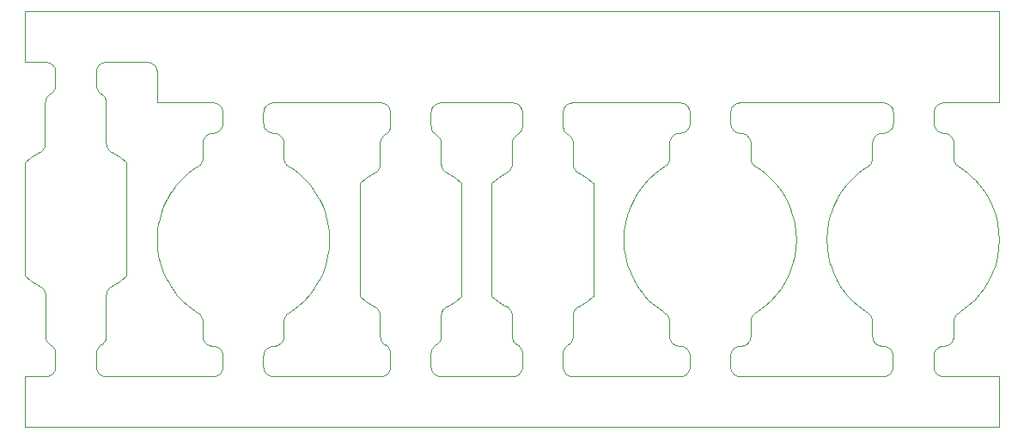
<source format=gm1>
G04 #@! TF.GenerationSoftware,KiCad,Pcbnew,(5.1.6-0-10_14)*
G04 #@! TF.CreationDate,2021-04-17T00:03:13+02:00*
G04 #@! TF.ProjectId,Encoder_SPI_Panel_v1_1,456e636f-6465-4725-9f53-50495f50616e,rev?*
G04 #@! TF.SameCoordinates,Original*
G04 #@! TF.FileFunction,Profile,NP*
%FSLAX46Y46*%
G04 Gerber Fmt 4.6, Leading zero omitted, Abs format (unit mm)*
G04 Created by KiCad (PCBNEW (5.1.6-0-10_14)) date 2021-04-17 00:03:13*
%MOMM*%
%LPD*%
G01*
G04 APERTURE LIST*
G04 #@! TA.AperFunction,Profile*
%ADD10C,0.100000*%
G04 #@! TD*
G04 APERTURE END LIST*
D10*
X57588400Y-25190300D02*
X57482100Y-25122000D01*
X57669800Y-25256200D02*
X57588400Y-25190300D01*
X57744200Y-25330600D02*
X57669800Y-25256200D01*
X57801900Y-25401300D02*
X57744200Y-25330600D01*
X57817400Y-25422600D02*
X57801900Y-25401300D01*
X57860300Y-25488600D02*
X57817400Y-25422600D01*
X57873300Y-25511200D02*
X57860300Y-25488600D01*
X57914400Y-25592700D02*
X57873300Y-25511200D01*
X57947700Y-25678300D02*
X57914400Y-25592700D01*
X57955800Y-25703300D02*
X57947700Y-25678300D01*
X57979100Y-25791700D02*
X57955800Y-25703300D01*
X57995500Y-25895100D02*
X57979100Y-25791700D01*
X58001400Y-26006600D02*
X57995500Y-25895100D01*
X58001200Y-30012000D02*
X58001400Y-26006600D01*
X58006200Y-30111700D02*
X58001200Y-30012000D01*
X58021100Y-30210100D02*
X58006200Y-30111700D01*
X58045900Y-30306500D02*
X58021100Y-30210100D01*
X58080200Y-30399900D02*
X58045900Y-30306500D01*
X58123700Y-30489400D02*
X58080200Y-30399900D01*
X58176000Y-30574100D02*
X58123700Y-30489400D01*
X58236500Y-30653100D02*
X58176000Y-30574100D01*
X58304700Y-30725600D02*
X58236500Y-30653100D01*
X58379800Y-30791000D02*
X58304700Y-30725600D01*
X58461100Y-30848400D02*
X58379800Y-30791000D01*
X58547900Y-30897500D02*
X58461100Y-30848400D01*
X58700700Y-30974100D02*
X58547900Y-30897500D01*
X58723600Y-30987100D02*
X58700700Y-30974100D01*
X59382400Y-31410500D02*
X58723600Y-30987100D01*
X59993700Y-31901200D02*
X59382400Y-31410500D01*
X60000900Y-31908300D02*
X59993700Y-31901200D01*
X60003100Y-31913700D02*
X60000900Y-31908300D01*
X60002300Y-43068200D02*
X60003100Y-31913700D01*
X60000300Y-43081000D02*
X60002300Y-43068200D01*
X59992000Y-43089800D02*
X60000300Y-43081000D01*
X59381500Y-43581500D02*
X59992000Y-43089800D01*
X58723300Y-44005900D02*
X59381500Y-43581500D01*
X58700400Y-44018900D02*
X58723300Y-44005900D01*
X58546700Y-44096300D02*
X58700400Y-44018900D01*
X58460100Y-44145500D02*
X58546700Y-44096300D01*
X58379000Y-44202900D02*
X58460100Y-44145500D01*
X58304100Y-44268300D02*
X58379000Y-44202900D01*
X58236100Y-44340800D02*
X58304100Y-44268300D01*
X58175800Y-44419700D02*
X58236100Y-44340800D01*
X58123600Y-44504300D02*
X58175800Y-44419700D01*
X58080200Y-44593700D02*
X58123600Y-44504300D01*
X58046000Y-44687000D02*
X58080200Y-44593700D01*
X58021300Y-44783300D02*
X58046000Y-44687000D01*
X58006400Y-44881500D02*
X58021300Y-44783300D01*
X58001400Y-44981000D02*
X58006400Y-44881500D01*
X58001400Y-48993400D02*
X58001400Y-44981000D01*
X57995600Y-49104800D02*
X58001400Y-48993400D01*
X57981600Y-49195100D02*
X57995600Y-49104800D01*
X57976200Y-49220800D02*
X57981600Y-49195100D01*
X57952200Y-49309000D02*
X57976200Y-49220800D01*
X57919600Y-49394800D02*
X57952200Y-49309000D01*
X57908900Y-49418800D02*
X57919600Y-49394800D01*
X57867100Y-49500100D02*
X57908900Y-49418800D01*
X57810100Y-49588000D02*
X57867100Y-49500100D01*
X57744200Y-49669400D02*
X57810100Y-49588000D01*
X57669800Y-49743800D02*
X57744200Y-49669400D01*
X57588400Y-49809700D02*
X57669800Y-49743800D01*
X57514300Y-49858200D02*
X57588400Y-49809700D01*
X57478100Y-49880100D02*
X57514300Y-49858200D01*
X57393800Y-49937200D02*
X57478100Y-49880100D01*
X57316000Y-50002500D02*
X57393800Y-49937200D01*
X57245300Y-50075400D02*
X57316000Y-50002500D01*
X57182400Y-50155200D02*
X57245300Y-50075400D01*
X57128000Y-50241100D02*
X57182400Y-50155200D01*
X57082800Y-50332000D02*
X57128000Y-50241100D01*
X57047000Y-50427100D02*
X57082800Y-50332000D01*
X57021300Y-50525400D02*
X57047000Y-50427100D01*
X57005700Y-50625800D02*
X57021300Y-50525400D01*
X57000400Y-50727500D02*
X57005700Y-50625800D01*
X57000400Y-52010700D02*
X57000400Y-50727500D01*
X57005200Y-52108000D02*
X57000400Y-52010700D01*
X57019400Y-52204100D02*
X57005200Y-52108000D01*
X57043100Y-52298400D02*
X57019400Y-52204100D01*
X57075800Y-52389800D02*
X57043100Y-52298400D01*
X57117300Y-52477700D02*
X57075800Y-52389800D01*
X57167300Y-52561000D02*
X57117300Y-52477700D01*
X57225100Y-52639000D02*
X57167300Y-52561000D01*
X57290400Y-52711000D02*
X57225100Y-52639000D01*
X57362400Y-52776300D02*
X57290400Y-52711000D01*
X57440400Y-52834100D02*
X57362400Y-52776300D01*
X57523700Y-52884100D02*
X57440400Y-52834100D01*
X57611600Y-52925600D02*
X57523700Y-52884100D01*
X57703000Y-52958400D02*
X57611600Y-52925600D01*
X57797300Y-52982000D02*
X57703000Y-52958400D01*
X57893400Y-52996200D02*
X57797300Y-52982000D01*
X57990700Y-53001000D02*
X57893400Y-52996200D01*
X68502800Y-53001000D02*
X57990700Y-53001000D01*
X68600100Y-52996200D02*
X68502800Y-53001000D01*
X68696200Y-52982000D02*
X68600100Y-52996200D01*
X68790400Y-52958400D02*
X68696200Y-52982000D01*
X68881900Y-52925600D02*
X68790400Y-52958400D01*
X68969700Y-52884100D02*
X68881900Y-52925600D01*
X69053000Y-52834100D02*
X68969700Y-52884100D01*
X69131100Y-52776300D02*
X69053000Y-52834100D01*
X69203100Y-52711000D02*
X69131100Y-52776300D01*
X69268300Y-52639000D02*
X69203100Y-52711000D01*
X69326200Y-52561000D02*
X69268300Y-52639000D01*
X69376100Y-52477700D02*
X69326200Y-52561000D01*
X69417700Y-52389900D02*
X69376100Y-52477700D01*
X69450400Y-52298400D02*
X69417700Y-52389900D01*
X69474000Y-52204100D02*
X69450400Y-52298400D01*
X69488300Y-52108000D02*
X69474000Y-52204100D01*
X69493000Y-52010800D02*
X69488300Y-52108000D01*
X69493000Y-50991200D02*
X69493000Y-52010800D01*
X69488300Y-50894800D02*
X69493000Y-50991200D01*
X69474300Y-50799500D02*
X69488300Y-50894800D01*
X69451100Y-50706000D02*
X69474300Y-50799500D01*
X69418900Y-50615100D02*
X69451100Y-50706000D01*
X69378000Y-50527900D02*
X69418900Y-50615100D01*
X69328900Y-50445000D02*
X69378000Y-50527900D01*
X69271900Y-50367400D02*
X69328900Y-50445000D01*
X69207600Y-50295600D02*
X69271900Y-50367400D01*
X69136700Y-50230400D02*
X69207600Y-50295600D01*
X69059800Y-50172400D02*
X69136700Y-50230400D01*
X68977600Y-50122200D02*
X69059800Y-50172400D01*
X68890900Y-50080100D02*
X68977600Y-50122200D01*
X68800500Y-50046800D02*
X68890900Y-50080100D01*
X68707300Y-50022300D02*
X68800500Y-50046800D01*
X68612200Y-50007000D02*
X68707300Y-50022300D01*
X68398700Y-49995200D02*
X68612200Y-50007000D01*
X68307700Y-49981100D02*
X68398700Y-49995200D01*
X68282200Y-49975700D02*
X68307700Y-49981100D01*
X68194000Y-49951700D02*
X68282200Y-49975700D01*
X68096300Y-49914200D02*
X68194000Y-49951700D01*
X68002500Y-49866400D02*
X68096300Y-49914200D01*
X67925700Y-49817000D02*
X68002500Y-49866400D01*
X67904500Y-49801600D02*
X67925700Y-49817000D01*
X67833600Y-49743800D02*
X67904500Y-49801600D01*
X67768500Y-49679100D02*
X67833600Y-49743800D01*
X67750900Y-49659600D02*
X67768500Y-49679100D01*
X67693600Y-49588400D02*
X67750900Y-49659600D01*
X67636300Y-49500100D02*
X67693600Y-49588400D01*
X67594600Y-49418900D02*
X67636300Y-49500100D01*
X67583900Y-49394900D02*
X67594600Y-49418900D01*
X67551400Y-49309400D02*
X67583900Y-49394900D01*
X67527300Y-49220800D02*
X67551400Y-49309400D01*
X67521900Y-49195100D02*
X67527300Y-49220800D01*
X67509500Y-49117300D02*
X67521900Y-49195100D01*
X67506800Y-49091600D02*
X67509500Y-49117300D01*
X67502000Y-48993500D02*
X67506800Y-49091600D01*
X67502000Y-47562200D02*
X67502000Y-48993500D01*
X67497700Y-47469300D02*
X67502000Y-47562200D01*
X67484700Y-47377400D02*
X67497700Y-47469300D01*
X67463100Y-47287100D02*
X67484700Y-47377400D01*
X67433200Y-47199200D02*
X67463100Y-47287100D01*
X67395100Y-47114500D02*
X67433200Y-47199200D01*
X67349400Y-47033800D02*
X67395100Y-47114500D01*
X67296200Y-46957700D02*
X67349400Y-47033800D01*
X67236200Y-46886900D02*
X67296200Y-46957700D01*
X67169800Y-46822100D02*
X67236200Y-46886900D01*
X67097600Y-46763700D02*
X67169800Y-46822100D01*
X67020000Y-46712200D02*
X67097600Y-46763700D01*
X66796600Y-46578600D02*
X67020000Y-46712200D01*
X66776300Y-46565100D02*
X66796600Y-46578600D01*
X66115400Y-46075300D02*
X66776300Y-46565100D01*
X65505100Y-45523400D02*
X66115400Y-46075300D01*
X65487800Y-45506200D02*
X65505100Y-45523400D01*
X64943100Y-44906000D02*
X65487800Y-45506200D01*
X64927500Y-44886900D02*
X64943100Y-44906000D01*
X64437500Y-44226400D02*
X64927500Y-44886900D01*
X64013700Y-43520800D02*
X64437500Y-44226400D01*
X64002200Y-43499300D02*
X64013700Y-43520800D01*
X63650600Y-42755900D02*
X64002200Y-43499300D01*
X63372900Y-41981400D02*
X63650600Y-42755900D01*
X63365700Y-41957800D02*
X63372900Y-41981400D01*
X63166000Y-41160000D02*
X63365700Y-41957800D01*
X63044900Y-40346200D02*
X63166000Y-41160000D01*
X63042400Y-40321600D02*
X63044900Y-40346200D01*
X63002300Y-39499700D02*
X63042400Y-40321600D01*
X63043400Y-38665800D02*
X63002300Y-39499700D01*
X63163800Y-37852400D02*
X63043400Y-38665800D01*
X63168700Y-37828200D02*
X63163800Y-37852400D01*
X63368900Y-37030600D02*
X63168700Y-37828200D01*
X63646100Y-36255800D02*
X63368900Y-37030600D01*
X63655500Y-36233000D02*
X63646100Y-36255800D01*
X64002300Y-35500500D02*
X63655500Y-36233000D01*
X64013800Y-35479000D02*
X64002300Y-35500500D01*
X64430700Y-34784200D02*
X64013800Y-35479000D01*
X64444400Y-34763700D02*
X64430700Y-34784200D01*
X64934900Y-34103600D02*
X64444400Y-34763700D01*
X65487800Y-33493800D02*
X64934900Y-34103600D01*
X65505100Y-33476600D02*
X65487800Y-33493800D01*
X66115400Y-32924700D02*
X65505100Y-33476600D01*
X66776300Y-32435000D02*
X66115400Y-32924700D01*
X66796600Y-32421400D02*
X66776300Y-32435000D01*
X67020000Y-32287700D02*
X66796600Y-32421400D01*
X67097600Y-32236300D02*
X67020000Y-32287700D01*
X67169800Y-32177900D02*
X67097600Y-32236300D01*
X67236200Y-32113100D02*
X67169800Y-32177900D01*
X67296200Y-32042300D02*
X67236200Y-32113100D01*
X67349300Y-31966200D02*
X67296200Y-32042300D01*
X67395100Y-31885500D02*
X67349300Y-31966200D01*
X67433100Y-31800800D02*
X67395100Y-31885500D01*
X67463100Y-31712900D02*
X67433100Y-31800800D01*
X67484600Y-31622700D02*
X67463100Y-31712900D01*
X67497600Y-31530800D02*
X67484600Y-31622700D01*
X67502000Y-31437800D02*
X67497600Y-31530800D01*
X67502000Y-30006600D02*
X67502000Y-31437800D01*
X67506800Y-29908300D02*
X67502000Y-30006600D01*
X67509600Y-29882400D02*
X67506800Y-29908300D01*
X67524200Y-29792200D02*
X67509600Y-29882400D01*
X67551300Y-29691000D02*
X67524200Y-29792200D01*
X67588800Y-29593200D02*
X67551300Y-29691000D01*
X67636600Y-29499400D02*
X67588800Y-29593200D01*
X67693400Y-29412000D02*
X67636600Y-29499400D01*
X67750900Y-29340400D02*
X67693400Y-29412000D01*
X67768400Y-29320900D02*
X67750900Y-29340400D01*
X67833300Y-29256500D02*
X67768400Y-29320900D01*
X67904400Y-29198500D02*
X67833300Y-29256500D01*
X67925700Y-29183000D02*
X67904400Y-29198500D01*
X68003000Y-29133300D02*
X67925700Y-29183000D01*
X68095800Y-29086000D02*
X68003000Y-29133300D01*
X68193600Y-29048400D02*
X68095800Y-29086000D01*
X68295300Y-29021200D02*
X68193600Y-29048400D01*
X68398700Y-29004800D02*
X68295300Y-29021200D01*
X68612100Y-28993000D02*
X68398700Y-29004800D01*
X68707300Y-28977700D02*
X68612100Y-28993000D01*
X68800500Y-28953300D02*
X68707300Y-28977700D01*
X68890800Y-28919900D02*
X68800500Y-28953300D01*
X68977500Y-28877900D02*
X68890800Y-28919900D01*
X69059800Y-28827600D02*
X68977500Y-28877900D01*
X69136700Y-28769600D02*
X69059800Y-28827600D01*
X69207600Y-28704400D02*
X69136700Y-28769600D01*
X69271900Y-28632700D02*
X69207600Y-28704400D01*
X69328900Y-28555000D02*
X69271900Y-28632700D01*
X69378000Y-28472100D02*
X69328900Y-28555000D01*
X69418900Y-28384900D02*
X69378000Y-28472100D01*
X69451100Y-28294100D02*
X69418900Y-28384900D01*
X69474300Y-28200600D02*
X69451100Y-28294100D01*
X69488300Y-28105200D02*
X69474300Y-28200600D01*
X69493000Y-28008800D02*
X69488300Y-28105200D01*
X69493000Y-26990200D02*
X69493000Y-28008800D01*
X69488300Y-26893000D02*
X69493000Y-26990200D01*
X69474000Y-26796900D02*
X69488300Y-26893000D01*
X69450400Y-26702600D02*
X69474000Y-26796900D01*
X69417700Y-26611100D02*
X69450400Y-26702600D01*
X69376100Y-26523300D02*
X69417700Y-26611100D01*
X69326200Y-26440000D02*
X69376100Y-26523300D01*
X69268300Y-26362000D02*
X69326200Y-26440000D01*
X69203100Y-26290000D02*
X69268300Y-26362000D01*
X69131100Y-26224700D02*
X69203100Y-26290000D01*
X69053000Y-26166900D02*
X69131100Y-26224700D01*
X68969700Y-26116900D02*
X69053000Y-26166900D01*
X68881900Y-26075400D02*
X68969700Y-26116900D01*
X68790400Y-26042600D02*
X68881900Y-26075400D01*
X68696200Y-26019000D02*
X68790400Y-26042600D01*
X68600100Y-26004800D02*
X68696200Y-26019000D01*
X68502800Y-26000000D02*
X68600100Y-26004800D01*
X63027600Y-26000000D02*
X68502800Y-26000000D01*
X63008600Y-25997900D02*
X63027600Y-26000000D01*
X63004000Y-25991700D02*
X63008600Y-25997900D01*
X63003000Y-25975400D02*
X63004000Y-25991700D01*
X63003000Y-22989200D02*
X63003000Y-25975400D01*
X62998300Y-22891900D02*
X63003000Y-22989200D01*
X62984000Y-22795800D02*
X62998300Y-22891900D01*
X62960400Y-22701600D02*
X62984000Y-22795800D01*
X62927700Y-22610100D02*
X62960400Y-22701600D01*
X62886100Y-22522300D02*
X62927700Y-22610100D01*
X62836200Y-22438900D02*
X62886100Y-22522300D01*
X62778300Y-22360900D02*
X62836200Y-22438900D01*
X62713100Y-22288900D02*
X62778300Y-22360900D01*
X62641100Y-22223700D02*
X62713100Y-22288900D01*
X62563000Y-22165800D02*
X62641100Y-22223700D01*
X62479700Y-22115900D02*
X62563000Y-22165800D01*
X62391900Y-22074300D02*
X62479700Y-22115900D01*
X62300400Y-22041600D02*
X62391900Y-22074300D01*
X62206200Y-22018000D02*
X62300400Y-22041600D01*
X62110100Y-22003700D02*
X62206200Y-22018000D01*
X62012800Y-21999000D02*
X62110100Y-22003700D01*
X57990600Y-21999000D02*
X62012800Y-21999000D01*
X57893400Y-22003700D02*
X57990600Y-21999000D01*
X57797300Y-22018000D02*
X57893400Y-22003700D01*
X57703000Y-22041600D02*
X57797300Y-22018000D01*
X57611500Y-22074300D02*
X57703000Y-22041600D01*
X57523700Y-22115900D02*
X57611500Y-22074300D01*
X57440400Y-22165800D02*
X57523700Y-22115900D01*
X57362400Y-22223700D02*
X57440400Y-22165800D01*
X57290400Y-22288900D02*
X57362400Y-22223700D01*
X57225100Y-22360900D02*
X57290400Y-22288900D01*
X57167300Y-22438900D02*
X57225100Y-22360900D01*
X57117300Y-22522300D02*
X57167300Y-22438900D01*
X57075800Y-22610100D02*
X57117300Y-22522300D01*
X57043000Y-22701600D02*
X57075800Y-22610100D01*
X57019400Y-22795800D02*
X57043000Y-22701600D01*
X57005200Y-22891900D02*
X57019400Y-22795800D01*
X57000400Y-22989200D02*
X57005200Y-22891900D01*
X57000400Y-24272500D02*
X57000400Y-22989200D01*
X57005100Y-24369100D02*
X57000400Y-24272500D01*
X57019200Y-24464600D02*
X57005100Y-24369100D01*
X57042500Y-24558300D02*
X57019200Y-24464600D01*
X57074800Y-24649200D02*
X57042500Y-24558300D01*
X57115800Y-24736600D02*
X57074800Y-24649200D01*
X57165200Y-24819600D02*
X57115800Y-24736600D01*
X57222300Y-24897300D02*
X57165200Y-24819600D01*
X57286800Y-24969200D02*
X57222300Y-24897300D01*
X57358000Y-25034400D02*
X57286800Y-24969200D01*
X57435200Y-25092300D02*
X57358000Y-25034400D01*
X57482100Y-25122000D02*
X57435200Y-25092300D01*
X85013200Y-53001000D02*
X74483300Y-53001000D01*
X85110500Y-52996200D02*
X85013200Y-53001000D01*
X85206600Y-52982000D02*
X85110500Y-52996200D01*
X85300800Y-52958400D02*
X85206600Y-52982000D01*
X85392300Y-52925600D02*
X85300800Y-52958400D01*
X85480100Y-52884100D02*
X85392300Y-52925600D01*
X85563400Y-52834100D02*
X85480100Y-52884100D01*
X85641500Y-52776300D02*
X85563400Y-52834100D01*
X85713500Y-52711000D02*
X85641500Y-52776300D01*
X85778700Y-52639000D02*
X85713500Y-52711000D01*
X85836600Y-52561000D02*
X85778700Y-52639000D01*
X85886500Y-52477700D02*
X85836600Y-52561000D01*
X85928100Y-52389900D02*
X85886500Y-52477700D01*
X85960800Y-52298400D02*
X85928100Y-52389900D01*
X85984400Y-52204100D02*
X85960800Y-52298400D01*
X85998700Y-52108000D02*
X85984400Y-52204100D01*
X86003400Y-52010800D02*
X85998700Y-52108000D01*
X86003400Y-50727400D02*
X86003400Y-52010800D01*
X85998700Y-50630800D02*
X86003400Y-50727400D01*
X85984600Y-50535300D02*
X85998700Y-50630800D01*
X85961300Y-50441600D02*
X85984600Y-50535300D01*
X85929000Y-50350700D02*
X85961300Y-50441600D01*
X85888000Y-50263300D02*
X85929000Y-50350700D01*
X85838700Y-50180300D02*
X85888000Y-50263300D01*
X85781500Y-50102600D02*
X85838700Y-50180300D01*
X85717000Y-50030700D02*
X85781500Y-50102600D01*
X85645800Y-49965500D02*
X85717000Y-50030700D01*
X85568700Y-49907600D02*
X85645800Y-49965500D01*
X85524700Y-49880800D02*
X85568700Y-49907600D01*
X85415000Y-49809300D02*
X85524700Y-49880800D01*
X85334000Y-49743700D02*
X85415000Y-49809300D01*
X85260000Y-49669700D02*
X85334000Y-49743700D01*
X85194000Y-49588300D02*
X85260000Y-49669700D01*
X85136700Y-49500000D02*
X85194000Y-49588300D01*
X85089200Y-49406700D02*
X85136700Y-49500000D01*
X85056100Y-49321600D02*
X85089200Y-49406700D01*
X85048000Y-49296600D02*
X85056100Y-49321600D01*
X85024700Y-49208200D02*
X85048000Y-49296600D01*
X85010000Y-49117600D02*
X85024700Y-49208200D01*
X85007200Y-49091500D02*
X85010000Y-49117600D01*
X85002500Y-48999800D02*
X85007200Y-49091500D01*
X85002400Y-46985800D02*
X85002500Y-48999800D01*
X84997400Y-46886100D02*
X85002400Y-46985800D01*
X84982400Y-46787700D02*
X84997400Y-46886100D01*
X84957700Y-46691300D02*
X84982400Y-46787700D01*
X84923400Y-46597900D02*
X84957700Y-46691300D01*
X84879900Y-46508400D02*
X84923400Y-46597900D01*
X84827600Y-46423800D02*
X84879900Y-46508400D01*
X84767100Y-46344800D02*
X84827600Y-46423800D01*
X84698900Y-46272200D02*
X84767100Y-46344800D01*
X84623900Y-46206900D02*
X84698900Y-46272200D01*
X84542600Y-46149500D02*
X84623900Y-46206900D01*
X84455800Y-46100300D02*
X84542600Y-46149500D01*
X84304000Y-46024300D02*
X84455800Y-46100300D01*
X84281100Y-46011200D02*
X84304000Y-46024300D01*
X83623200Y-45588600D02*
X84281100Y-46011200D01*
X83012800Y-45098700D02*
X83623200Y-45588600D01*
X83004000Y-45089100D02*
X83012800Y-45098700D01*
X83002400Y-45077200D02*
X83004000Y-45089100D01*
X83002900Y-33913200D02*
X83002400Y-45077200D01*
X83005100Y-33907800D02*
X83002900Y-33913200D01*
X83012300Y-33900700D02*
X83005100Y-33907800D01*
X83620000Y-33412900D02*
X83012300Y-33900700D01*
X84274600Y-32991700D02*
X83620000Y-33412900D01*
X84297400Y-32978700D02*
X84274600Y-32991700D01*
X84446800Y-32903600D02*
X84297400Y-32978700D01*
X84533500Y-32854400D02*
X84446800Y-32903600D01*
X84614600Y-32796900D02*
X84533500Y-32854400D01*
X84689500Y-32731600D02*
X84614600Y-32796900D01*
X84757600Y-32659100D02*
X84689500Y-32731600D01*
X84818000Y-32580200D02*
X84757600Y-32659100D01*
X84870100Y-32495500D02*
X84818000Y-32580200D01*
X84913600Y-32406100D02*
X84870100Y-32495500D01*
X84947800Y-32312800D02*
X84913600Y-32406100D01*
X84972500Y-32216500D02*
X84947800Y-32312800D01*
X84987400Y-32118200D02*
X84972500Y-32216500D01*
X84992400Y-32018700D02*
X84987400Y-32118200D01*
X84992400Y-30006500D02*
X84992400Y-32018700D01*
X84998300Y-29895100D02*
X84992400Y-30006500D01*
X85012300Y-29804800D02*
X84998300Y-29895100D01*
X85017700Y-29779100D02*
X85012300Y-29804800D01*
X85038100Y-29703100D02*
X85017700Y-29779100D01*
X85046100Y-29678400D02*
X85038100Y-29703100D01*
X85079200Y-29593200D02*
X85046100Y-29678400D01*
X85120600Y-29511200D02*
X85079200Y-29593200D01*
X85133700Y-29488400D02*
X85120600Y-29511200D01*
X85183800Y-29412000D02*
X85133700Y-29488400D01*
X85241400Y-29340200D02*
X85183800Y-29412000D01*
X85258800Y-29320900D02*
X85241400Y-29340200D01*
X85323700Y-29256500D02*
X85258800Y-29320900D01*
X85395000Y-29198200D02*
X85323700Y-29256500D01*
X85416100Y-29183000D02*
X85395000Y-29198200D01*
X85481900Y-29140200D02*
X85416100Y-29183000D01*
X85568300Y-29087100D02*
X85481900Y-29140200D01*
X85645600Y-29029200D02*
X85568300Y-29087100D01*
X85716800Y-28964000D02*
X85645600Y-29029200D01*
X85781300Y-28892100D02*
X85716800Y-28964000D01*
X85838500Y-28814300D02*
X85781300Y-28892100D01*
X85887900Y-28731400D02*
X85838500Y-28814300D01*
X85929000Y-28644000D02*
X85887900Y-28731400D01*
X85961300Y-28553000D02*
X85929000Y-28644000D01*
X85984600Y-28459300D02*
X85961300Y-28553000D01*
X85998700Y-28363700D02*
X85984600Y-28459300D01*
X86003400Y-28267000D02*
X85998700Y-28363700D01*
X86003400Y-26990200D02*
X86003400Y-28267000D01*
X85998700Y-26893000D02*
X86003400Y-26990200D01*
X85984400Y-26796900D02*
X85998700Y-26893000D01*
X85960800Y-26702600D02*
X85984400Y-26796900D01*
X85928100Y-26611100D02*
X85960800Y-26702600D01*
X85886500Y-26523300D02*
X85928100Y-26611100D01*
X85836600Y-26440000D02*
X85886500Y-26523300D01*
X85778700Y-26362000D02*
X85836600Y-26440000D01*
X85713500Y-26290000D02*
X85778700Y-26362000D01*
X85641500Y-26224700D02*
X85713500Y-26290000D01*
X85563400Y-26166900D02*
X85641500Y-26224700D01*
X85480100Y-26116900D02*
X85563400Y-26166900D01*
X85392300Y-26075400D02*
X85480100Y-26116900D01*
X85300800Y-26042600D02*
X85392300Y-26075400D01*
X85206600Y-26019000D02*
X85300800Y-26042600D01*
X85110500Y-26004800D02*
X85206600Y-26019000D01*
X85013200Y-26000000D02*
X85110500Y-26004800D01*
X74483300Y-26000000D02*
X85013200Y-26000000D01*
X74386000Y-26004800D02*
X74483300Y-26000000D01*
X74289900Y-26019000D02*
X74386000Y-26004800D01*
X74195700Y-26042600D02*
X74289900Y-26019000D01*
X74104200Y-26075400D02*
X74195700Y-26042600D01*
X74016400Y-26116900D02*
X74104200Y-26075400D01*
X73933000Y-26166900D02*
X74016400Y-26116900D01*
X73855000Y-26224700D02*
X73933000Y-26166900D01*
X73783000Y-26290000D02*
X73855000Y-26224700D01*
X73717800Y-26362000D02*
X73783000Y-26290000D01*
X73659900Y-26440000D02*
X73717800Y-26362000D01*
X73609900Y-26523300D02*
X73659900Y-26440000D01*
X73568400Y-26611100D02*
X73609900Y-26523300D01*
X73535700Y-26702600D02*
X73568400Y-26611100D01*
X73512100Y-26796900D02*
X73535700Y-26702600D01*
X73497800Y-26893000D02*
X73512100Y-26796900D01*
X73493000Y-26990200D02*
X73497800Y-26893000D01*
X73493000Y-28008800D02*
X73493000Y-26990200D01*
X73497800Y-28106000D02*
X73493000Y-28008800D01*
X73512100Y-28202100D02*
X73497800Y-28106000D01*
X73535700Y-28296400D02*
X73512100Y-28202100D01*
X73568400Y-28387900D02*
X73535700Y-28296400D01*
X73609900Y-28475700D02*
X73568400Y-28387900D01*
X73659900Y-28559000D02*
X73609900Y-28475700D01*
X73717800Y-28637000D02*
X73659900Y-28559000D01*
X73783000Y-28709000D02*
X73717800Y-28637000D01*
X73855000Y-28774300D02*
X73783000Y-28709000D01*
X73933000Y-28832100D02*
X73855000Y-28774300D01*
X74016400Y-28882100D02*
X73933000Y-28832100D01*
X74104200Y-28923600D02*
X74016400Y-28882100D01*
X74195700Y-28956400D02*
X74104200Y-28923600D01*
X74289900Y-28980000D02*
X74195700Y-28956400D01*
X74386000Y-28994200D02*
X74289900Y-28980000D01*
X74607400Y-29004800D02*
X74386000Y-28994200D01*
X74698400Y-29018900D02*
X74607400Y-29004800D01*
X74723900Y-29024300D02*
X74698400Y-29018900D01*
X74812000Y-29048200D02*
X74723900Y-29024300D01*
X74910300Y-29086000D02*
X74812000Y-29048200D01*
X75003200Y-29133300D02*
X74910300Y-29086000D01*
X75080400Y-29183000D02*
X75003200Y-29133300D01*
X75101600Y-29198400D02*
X75080400Y-29183000D01*
X75172400Y-29256200D02*
X75101600Y-29198400D01*
X75237600Y-29320900D02*
X75172400Y-29256200D01*
X75255200Y-29340400D02*
X75237600Y-29320900D01*
X75312800Y-29412100D02*
X75255200Y-29340400D01*
X75369500Y-29499500D02*
X75312800Y-29412100D01*
X75417100Y-29592800D02*
X75369500Y-29499500D01*
X75454800Y-29691100D02*
X75417100Y-29592800D01*
X75481900Y-29792200D02*
X75454800Y-29691100D01*
X75496500Y-29882300D02*
X75481900Y-29792200D01*
X75499200Y-29908300D02*
X75496500Y-29882300D01*
X75504000Y-30006500D02*
X75499200Y-29908300D01*
X75504000Y-31437800D02*
X75504000Y-30006500D01*
X75508400Y-31530800D02*
X75504000Y-31437800D01*
X75521400Y-31622700D02*
X75508400Y-31530800D01*
X75543000Y-31712900D02*
X75521400Y-31622700D01*
X75572900Y-31800800D02*
X75543000Y-31712900D01*
X75610900Y-31885500D02*
X75572900Y-31800800D01*
X75656700Y-31966200D02*
X75610900Y-31885500D01*
X75709900Y-32042300D02*
X75656700Y-31966200D01*
X75769900Y-32113100D02*
X75709900Y-32042300D01*
X75836300Y-32177900D02*
X75769900Y-32113100D01*
X75908500Y-32236300D02*
X75836300Y-32177900D01*
X75986000Y-32287700D02*
X75908500Y-32236300D01*
X76209400Y-32421400D02*
X75986000Y-32287700D01*
X76229800Y-32434900D02*
X76209400Y-32421400D01*
X76890700Y-32924700D02*
X76229800Y-32434900D01*
X77501000Y-33476600D02*
X76890700Y-32924700D01*
X77518300Y-33493800D02*
X77501000Y-33476600D01*
X78070900Y-34103200D02*
X77518300Y-33493800D01*
X78561600Y-34763600D02*
X78070900Y-34103200D01*
X78575300Y-34784100D02*
X78561600Y-34763600D01*
X78992200Y-35478900D02*
X78575300Y-34784100D01*
X79003800Y-35500500D02*
X78992200Y-35478900D01*
X79355700Y-36244600D02*
X79003800Y-35500500D01*
X79633200Y-37018600D02*
X79355700Y-36244600D01*
X79640400Y-37042200D02*
X79633200Y-37018600D01*
X79840100Y-37840000D02*
X79640400Y-37042200D01*
X79961200Y-38653800D02*
X79840100Y-37840000D01*
X79963600Y-38678400D02*
X79961200Y-38653800D01*
X80003400Y-39487900D02*
X79963600Y-38678400D01*
X80003400Y-39512300D02*
X80003400Y-39487900D01*
X79962800Y-40333700D02*
X80003400Y-39512300D01*
X79842200Y-41147600D02*
X79962800Y-40333700D01*
X79837400Y-41171800D02*
X79842200Y-41147600D01*
X79637100Y-41969400D02*
X79837400Y-41171800D01*
X79360000Y-42744200D02*
X79637100Y-41969400D01*
X79350600Y-42767000D02*
X79360000Y-42744200D01*
X79003900Y-43499300D02*
X79350600Y-42767000D01*
X78992400Y-43520800D02*
X79003900Y-43499300D01*
X78575400Y-44215800D02*
X78992400Y-43520800D01*
X78561600Y-44236300D02*
X78575400Y-44215800D01*
X78071200Y-44896400D02*
X78561600Y-44236300D01*
X77518300Y-45506100D02*
X78071200Y-44896400D01*
X77501000Y-45523400D02*
X77518300Y-45506100D01*
X76890700Y-46075300D02*
X77501000Y-45523400D01*
X76229800Y-46565000D02*
X76890700Y-46075300D01*
X76209500Y-46578600D02*
X76229800Y-46565000D01*
X75986000Y-46712200D02*
X76209500Y-46578600D01*
X75908500Y-46763700D02*
X75986000Y-46712200D01*
X75836300Y-46822100D02*
X75908500Y-46763700D01*
X75769900Y-46886900D02*
X75836300Y-46822100D01*
X75709800Y-46957700D02*
X75769900Y-46886900D01*
X75656700Y-47033800D02*
X75709800Y-46957700D01*
X75610900Y-47114500D02*
X75656700Y-47033800D01*
X75572900Y-47199200D02*
X75610900Y-47114500D01*
X75543000Y-47287100D02*
X75572900Y-47199200D01*
X75521400Y-47377400D02*
X75543000Y-47287100D01*
X75508400Y-47469300D02*
X75521400Y-47377400D01*
X75504000Y-47562200D02*
X75508400Y-47469300D01*
X75504000Y-48993600D02*
X75504000Y-47562200D01*
X75499200Y-49091500D02*
X75504000Y-48993600D01*
X75496500Y-49117400D02*
X75499200Y-49091500D01*
X75484200Y-49195100D02*
X75496500Y-49117400D01*
X75478800Y-49220800D02*
X75484200Y-49195100D01*
X75454800Y-49309000D02*
X75478800Y-49220800D01*
X75422200Y-49394800D02*
X75454800Y-49309000D01*
X75411500Y-49418900D02*
X75422200Y-49394800D01*
X75369700Y-49500100D02*
X75411500Y-49418900D01*
X75312400Y-49588400D02*
X75369700Y-49500100D01*
X75255200Y-49659600D02*
X75312400Y-49588400D01*
X75237600Y-49679100D02*
X75255200Y-49659600D01*
X75172800Y-49743500D02*
X75237600Y-49679100D01*
X75101600Y-49801500D02*
X75172800Y-49743500D01*
X75080400Y-49817000D02*
X75101600Y-49801500D01*
X75003600Y-49866500D02*
X75080400Y-49817000D01*
X74921900Y-49908500D02*
X75003600Y-49866500D01*
X74898200Y-49919100D02*
X74921900Y-49908500D01*
X74812000Y-49951800D02*
X74898200Y-49919100D01*
X74723900Y-49975700D02*
X74812000Y-49951800D01*
X74698200Y-49981200D02*
X74723900Y-49975700D01*
X74607300Y-49995200D02*
X74698200Y-49981200D01*
X74386000Y-50005800D02*
X74607300Y-49995200D01*
X74289900Y-50020000D02*
X74386000Y-50005800D01*
X74195700Y-50043600D02*
X74289900Y-50020000D01*
X74104200Y-50076400D02*
X74195700Y-50043600D01*
X74016400Y-50117900D02*
X74104200Y-50076400D01*
X73933000Y-50167900D02*
X74016400Y-50117900D01*
X73855000Y-50225700D02*
X73933000Y-50167900D01*
X73783000Y-50291000D02*
X73855000Y-50225700D01*
X73717800Y-50363000D02*
X73783000Y-50291000D01*
X73659900Y-50441000D02*
X73717800Y-50363000D01*
X73609900Y-50524300D02*
X73659900Y-50441000D01*
X73568400Y-50612100D02*
X73609900Y-50524300D01*
X73535700Y-50703600D02*
X73568400Y-50612100D01*
X73512100Y-50797900D02*
X73535700Y-50703600D01*
X73497800Y-50894000D02*
X73512100Y-50797900D01*
X73493000Y-50991200D02*
X73497800Y-50894000D01*
X73493000Y-52010800D02*
X73493000Y-50991200D01*
X73497800Y-52108000D02*
X73493000Y-52010800D01*
X73512100Y-52204100D02*
X73497800Y-52108000D01*
X73535700Y-52298400D02*
X73512100Y-52204100D01*
X73568400Y-52389900D02*
X73535700Y-52298400D01*
X73609900Y-52477700D02*
X73568400Y-52389900D01*
X73659900Y-52561000D02*
X73609900Y-52477700D01*
X73717800Y-52639000D02*
X73659900Y-52561000D01*
X73783000Y-52711000D02*
X73717800Y-52639000D01*
X73855000Y-52776300D02*
X73783000Y-52711000D01*
X73933000Y-52834100D02*
X73855000Y-52776300D01*
X74016400Y-52884100D02*
X73933000Y-52834100D01*
X74104200Y-52925600D02*
X74016400Y-52884100D01*
X74195700Y-52958400D02*
X74104200Y-52925600D01*
X74289900Y-52982000D02*
X74195700Y-52958400D01*
X74386000Y-52996200D02*
X74289900Y-52982000D01*
X74483300Y-53001000D02*
X74386000Y-52996200D01*
X90591400Y-29190300D02*
X90485200Y-29122000D01*
X90672800Y-29256200D02*
X90591400Y-29190300D01*
X90746900Y-29330200D02*
X90672800Y-29256200D01*
X90812800Y-29411600D02*
X90746900Y-29330200D01*
X90869900Y-29499400D02*
X90812800Y-29411600D01*
X90917500Y-29592700D02*
X90869900Y-29499400D01*
X90955000Y-29690500D02*
X90917500Y-29592700D01*
X90982300Y-29792200D02*
X90955000Y-29690500D01*
X90998600Y-29895600D02*
X90982300Y-29792200D01*
X91004400Y-30006400D02*
X90998600Y-29895600D01*
X91004300Y-32012000D02*
X91004400Y-30006400D01*
X91009300Y-32111700D02*
X91004300Y-32012000D01*
X91024200Y-32210100D02*
X91009300Y-32111700D01*
X91049000Y-32306500D02*
X91024200Y-32210100D01*
X91083300Y-32399900D02*
X91049000Y-32306500D01*
X91126800Y-32489400D02*
X91083300Y-32399900D01*
X91179100Y-32574100D02*
X91126800Y-32489400D01*
X91239600Y-32653100D02*
X91179100Y-32574100D01*
X91307800Y-32725600D02*
X91239600Y-32653100D01*
X91382900Y-32791000D02*
X91307800Y-32725600D01*
X91464100Y-32848400D02*
X91382900Y-32791000D01*
X91551000Y-32897600D02*
X91464100Y-32848400D01*
X91703700Y-32974100D02*
X91551000Y-32897600D01*
X91726600Y-32987100D02*
X91703700Y-32974100D01*
X92385500Y-33410500D02*
X91726600Y-32987100D01*
X92996700Y-33901200D02*
X92385500Y-33410500D01*
X93003900Y-33908200D02*
X92996700Y-33901200D01*
X93006100Y-33912700D02*
X93003900Y-33908200D01*
X93007100Y-33922700D02*
X93006100Y-33912700D01*
X93005400Y-45068200D02*
X93007100Y-33922700D01*
X93003400Y-45081100D02*
X93005400Y-45068200D01*
X92995100Y-45089800D02*
X93003400Y-45081100D01*
X92384500Y-45581500D02*
X92995100Y-45089800D01*
X91726400Y-46005900D02*
X92384500Y-45581500D01*
X91703500Y-46018900D02*
X91726400Y-46005900D01*
X91549800Y-46096200D02*
X91703500Y-46018900D01*
X91463200Y-46145400D02*
X91549800Y-46096200D01*
X91382100Y-46202900D02*
X91463200Y-46145400D01*
X91307200Y-46268200D02*
X91382100Y-46202900D01*
X91239200Y-46340700D02*
X91307200Y-46268200D01*
X91178800Y-46419700D02*
X91239200Y-46340700D01*
X91126700Y-46504300D02*
X91178800Y-46419700D01*
X91083300Y-46593700D02*
X91126700Y-46504300D01*
X91049100Y-46687000D02*
X91083300Y-46593700D01*
X91024400Y-46783300D02*
X91049100Y-46687000D01*
X91009500Y-46881500D02*
X91024400Y-46783300D01*
X91004500Y-46981000D02*
X91009500Y-46881500D01*
X91004500Y-48993600D02*
X91004500Y-46981000D01*
X90998700Y-49104300D02*
X91004500Y-48993600D01*
X90984600Y-49195300D02*
X90998700Y-49104300D01*
X90979200Y-49220800D02*
X90984600Y-49195300D01*
X90955200Y-49309000D02*
X90979200Y-49220800D01*
X90917700Y-49406800D02*
X90955200Y-49309000D01*
X90870200Y-49500100D02*
X90917700Y-49406800D01*
X90812900Y-49588400D02*
X90870200Y-49500100D01*
X90746900Y-49669800D02*
X90812900Y-49588400D01*
X90672800Y-49743800D02*
X90746900Y-49669800D01*
X90591400Y-49809700D02*
X90672800Y-49743800D01*
X90517300Y-49858200D02*
X90591400Y-49809700D01*
X90481200Y-49880100D02*
X90517300Y-49858200D01*
X90396900Y-49937200D02*
X90481200Y-49880100D01*
X90319000Y-50002500D02*
X90396900Y-49937200D01*
X90248300Y-50075400D02*
X90319000Y-50002500D01*
X90185400Y-50155200D02*
X90248300Y-50075400D01*
X90131100Y-50241100D02*
X90185400Y-50155200D01*
X90085800Y-50332000D02*
X90131100Y-50241100D01*
X90050100Y-50427100D02*
X90085800Y-50332000D01*
X90024300Y-50525400D02*
X90050100Y-50427100D01*
X90008700Y-50625800D02*
X90024300Y-50525400D01*
X90003500Y-50727500D02*
X90008700Y-50625800D01*
X90003500Y-52010700D02*
X90003500Y-50727500D01*
X90008200Y-52108000D02*
X90003500Y-52010700D01*
X90022500Y-52204100D02*
X90008200Y-52108000D01*
X90046100Y-52298400D02*
X90022500Y-52204100D01*
X90078800Y-52389800D02*
X90046100Y-52298400D01*
X90120400Y-52477700D02*
X90078800Y-52389800D01*
X90170300Y-52561000D02*
X90120400Y-52477700D01*
X90228200Y-52639000D02*
X90170300Y-52561000D01*
X90293400Y-52711000D02*
X90228200Y-52639000D01*
X90365400Y-52776300D02*
X90293400Y-52711000D01*
X90443400Y-52834100D02*
X90365400Y-52776300D01*
X90526800Y-52884100D02*
X90443400Y-52834100D01*
X90614600Y-52925600D02*
X90526800Y-52884100D01*
X90706100Y-52958400D02*
X90614600Y-52925600D01*
X90800300Y-52982000D02*
X90706100Y-52958400D01*
X90896400Y-52996200D02*
X90800300Y-52982000D01*
X90993700Y-53001000D02*
X90896400Y-52996200D01*
X98016200Y-53001000D02*
X90993700Y-53001000D01*
X98113500Y-52996200D02*
X98016200Y-53001000D01*
X98209600Y-52982000D02*
X98113500Y-52996200D01*
X98303900Y-52958400D02*
X98209600Y-52982000D01*
X98395300Y-52925600D02*
X98303900Y-52958400D01*
X98483200Y-52884100D02*
X98395300Y-52925600D01*
X98566500Y-52834100D02*
X98483200Y-52884100D01*
X98644500Y-52776300D02*
X98566500Y-52834100D01*
X98716500Y-52711000D02*
X98644500Y-52776300D01*
X98781800Y-52639000D02*
X98716500Y-52711000D01*
X98839600Y-52561000D02*
X98781800Y-52639000D01*
X98889600Y-52477700D02*
X98839600Y-52561000D01*
X98931100Y-52389900D02*
X98889600Y-52477700D01*
X98963800Y-52298400D02*
X98931100Y-52389900D01*
X98987400Y-52204100D02*
X98963800Y-52298400D01*
X99001700Y-52108000D02*
X98987400Y-52204100D01*
X99006500Y-52010800D02*
X99001700Y-52108000D01*
X99006500Y-50727400D02*
X99006500Y-52010800D01*
X99001800Y-50630800D02*
X99006500Y-50727400D01*
X98987700Y-50535300D02*
X99001800Y-50630800D01*
X98964400Y-50441600D02*
X98987700Y-50535300D01*
X98932100Y-50350700D02*
X98964400Y-50441600D01*
X98891000Y-50263300D02*
X98932100Y-50350700D01*
X98841700Y-50180300D02*
X98891000Y-50263300D01*
X98784500Y-50102600D02*
X98841700Y-50180300D01*
X98720100Y-50030700D02*
X98784500Y-50102600D01*
X98648900Y-49965500D02*
X98720100Y-50030700D01*
X98571700Y-49907600D02*
X98648900Y-49965500D01*
X98495000Y-49859700D02*
X98571700Y-49907600D01*
X98429200Y-49816900D02*
X98495000Y-49859700D01*
X98408100Y-49801700D02*
X98429200Y-49816900D01*
X98336700Y-49743400D02*
X98408100Y-49801700D01*
X98271900Y-49679100D02*
X98336700Y-49743400D01*
X98254500Y-49659700D02*
X98271900Y-49679100D01*
X98196800Y-49587900D02*
X98254500Y-49659700D01*
X98146800Y-49511500D02*
X98196800Y-49587900D01*
X98133600Y-49488700D02*
X98146800Y-49511500D01*
X98097900Y-49418600D02*
X98133600Y-49488700D01*
X98087300Y-49394800D02*
X98097900Y-49418600D01*
X98054900Y-49309400D02*
X98087300Y-49394800D01*
X98030800Y-49220800D02*
X98054900Y-49309400D01*
X98025300Y-49195100D02*
X98030800Y-49220800D01*
X98011300Y-49104800D02*
X98025300Y-49195100D01*
X98005500Y-48993500D02*
X98011300Y-49104800D01*
X98005400Y-46985700D02*
X98005500Y-48993500D01*
X98000400Y-46886100D02*
X98005400Y-46985700D01*
X97985400Y-46787700D02*
X98000400Y-46886100D01*
X97960700Y-46691300D02*
X97985400Y-46787700D01*
X97926400Y-46597900D02*
X97960700Y-46691300D01*
X97882900Y-46508400D02*
X97926400Y-46597900D01*
X97830600Y-46423800D02*
X97882900Y-46508400D01*
X97770100Y-46344800D02*
X97830600Y-46423800D01*
X97702000Y-46272200D02*
X97770100Y-46344800D01*
X97626900Y-46206900D02*
X97702000Y-46272200D01*
X97545600Y-46149500D02*
X97626900Y-46206900D01*
X97458800Y-46100300D02*
X97545600Y-46149500D01*
X97307000Y-46024200D02*
X97458800Y-46100300D01*
X97284100Y-46011200D02*
X97307000Y-46024200D01*
X96626200Y-45588600D02*
X97284100Y-46011200D01*
X96015800Y-45098700D02*
X96626200Y-45588600D01*
X96008600Y-45091700D02*
X96015800Y-45098700D01*
X96006300Y-45086200D02*
X96008600Y-45091700D01*
X96005100Y-33922300D02*
X96006300Y-45086200D01*
X96007100Y-33909400D02*
X96005100Y-33922300D01*
X96015400Y-33900700D02*
X96007100Y-33909400D01*
X96623000Y-33412900D02*
X96015400Y-33900700D01*
X97277700Y-32991700D02*
X96623000Y-33412900D01*
X97300500Y-32978700D02*
X97277700Y-32991700D01*
X97449900Y-32903600D02*
X97300500Y-32978700D01*
X97536500Y-32854400D02*
X97449900Y-32903600D01*
X97617700Y-32796900D02*
X97536500Y-32854400D01*
X97692600Y-32731600D02*
X97617700Y-32796900D01*
X97760600Y-32659100D02*
X97692600Y-32731600D01*
X97821000Y-32580200D02*
X97760600Y-32659100D01*
X97873200Y-32495500D02*
X97821000Y-32580200D01*
X97916600Y-32406100D02*
X97873200Y-32495500D01*
X97950900Y-32312800D02*
X97916600Y-32406100D01*
X97975600Y-32216500D02*
X97950900Y-32312800D01*
X97990500Y-32118200D02*
X97975600Y-32216500D01*
X97995500Y-32018700D02*
X97990500Y-32118200D01*
X97995500Y-30006400D02*
X97995500Y-32018700D01*
X98001300Y-29895600D02*
X97995500Y-30006400D01*
X98015300Y-29804600D02*
X98001300Y-29895600D01*
X98020800Y-29779100D02*
X98015300Y-29804600D01*
X98044700Y-29691000D02*
X98020800Y-29779100D01*
X98082200Y-29593200D02*
X98044700Y-29691000D01*
X98129800Y-29499800D02*
X98082200Y-29593200D01*
X98187100Y-29411500D02*
X98129800Y-29499800D01*
X98253000Y-29330200D02*
X98187100Y-29411500D01*
X98317400Y-29265400D02*
X98253000Y-29330200D01*
X98336700Y-29248000D02*
X98317400Y-29265400D01*
X98397900Y-29198400D02*
X98336700Y-29248000D01*
X98418900Y-29183100D02*
X98397900Y-29198400D01*
X98485200Y-29140100D02*
X98418900Y-29183100D01*
X98571400Y-29087100D02*
X98485200Y-29140100D01*
X98648600Y-29029200D02*
X98571400Y-29087100D01*
X98719800Y-28964000D02*
X98648600Y-29029200D01*
X98784400Y-28892100D02*
X98719800Y-28964000D01*
X98841600Y-28814300D02*
X98784400Y-28892100D01*
X98891000Y-28731400D02*
X98841600Y-28814300D01*
X98932000Y-28644000D02*
X98891000Y-28731400D01*
X98964400Y-28553000D02*
X98932000Y-28644000D01*
X98987700Y-28459300D02*
X98964400Y-28553000D01*
X99001800Y-28363700D02*
X98987700Y-28459300D01*
X99006500Y-28267000D02*
X99001800Y-28363700D01*
X99006500Y-26990200D02*
X99006500Y-28267000D01*
X99001700Y-26893000D02*
X99006500Y-26990200D01*
X98987400Y-26796900D02*
X99001700Y-26893000D01*
X98963800Y-26702600D02*
X98987400Y-26796900D01*
X98931100Y-26611100D02*
X98963800Y-26702600D01*
X98889600Y-26523300D02*
X98931100Y-26611100D01*
X98839600Y-26440000D02*
X98889600Y-26523300D01*
X98781800Y-26362000D02*
X98839600Y-26440000D01*
X98716500Y-26290000D02*
X98781800Y-26362000D01*
X98644500Y-26224700D02*
X98716500Y-26290000D01*
X98566500Y-26166900D02*
X98644500Y-26224700D01*
X98483200Y-26116900D02*
X98566500Y-26166900D01*
X98395300Y-26075400D02*
X98483200Y-26116900D01*
X98303900Y-26042600D02*
X98395300Y-26075400D01*
X98209600Y-26019000D02*
X98303900Y-26042600D01*
X98113500Y-26004800D02*
X98209600Y-26019000D01*
X98016200Y-26000000D02*
X98113500Y-26004800D01*
X90993700Y-26000000D02*
X98016200Y-26000000D01*
X90896400Y-26004800D02*
X90993700Y-26000000D01*
X90800300Y-26019000D02*
X90896400Y-26004800D01*
X90706100Y-26042600D02*
X90800300Y-26019000D01*
X90614600Y-26075400D02*
X90706100Y-26042600D01*
X90526800Y-26116900D02*
X90614600Y-26075400D01*
X90443400Y-26166900D02*
X90526800Y-26116900D01*
X90365400Y-26224700D02*
X90443400Y-26166900D01*
X90293400Y-26290000D02*
X90365400Y-26224700D01*
X90228200Y-26362000D02*
X90293400Y-26290000D01*
X90170300Y-26440000D02*
X90228200Y-26362000D01*
X90120300Y-26523300D02*
X90170300Y-26440000D01*
X90078800Y-26611100D02*
X90120300Y-26523300D01*
X90046100Y-26702600D02*
X90078800Y-26611100D01*
X90022500Y-26796900D02*
X90046100Y-26702600D01*
X90008200Y-26893000D02*
X90022500Y-26796900D01*
X90003400Y-26990200D02*
X90008200Y-26893000D01*
X90003400Y-28272500D02*
X90003400Y-26990200D01*
X90008200Y-28369100D02*
X90003400Y-28272500D01*
X90022200Y-28464600D02*
X90008200Y-28369100D01*
X90045500Y-28558300D02*
X90022200Y-28464600D01*
X90077800Y-28649200D02*
X90045500Y-28558300D01*
X90118900Y-28736600D02*
X90077800Y-28649200D01*
X90168200Y-28819600D02*
X90118900Y-28736600D01*
X90225400Y-28897300D02*
X90168200Y-28819600D01*
X90289900Y-28969200D02*
X90225400Y-28897300D01*
X90361000Y-29034400D02*
X90289900Y-28969200D01*
X90438200Y-29092300D02*
X90361000Y-29034400D01*
X90485200Y-29122000D02*
X90438200Y-29092300D01*
X103594500Y-29190300D02*
X103488200Y-29122000D01*
X103675900Y-29256200D02*
X103594500Y-29190300D01*
X103750000Y-29330200D02*
X103675900Y-29256200D01*
X103815900Y-29411600D02*
X103750000Y-29330200D01*
X103873000Y-29499400D02*
X103815900Y-29411600D01*
X103920500Y-29592700D02*
X103873000Y-29499400D01*
X103958100Y-29690500D02*
X103920500Y-29592700D01*
X103985300Y-29792200D02*
X103958100Y-29690500D01*
X104001700Y-29895600D02*
X103985300Y-29792200D01*
X104007500Y-30006400D02*
X104001700Y-29895600D01*
X104007300Y-32012000D02*
X104007500Y-30006400D01*
X104012300Y-32111600D02*
X104007300Y-32012000D01*
X104027200Y-32210000D02*
X104012300Y-32111600D01*
X104052000Y-32306400D02*
X104027200Y-32210000D01*
X104086300Y-32399900D02*
X104052000Y-32306400D01*
X104129800Y-32489400D02*
X104086300Y-32399900D01*
X104182100Y-32574100D02*
X104129800Y-32489400D01*
X104242600Y-32653100D02*
X104182100Y-32574100D01*
X104310800Y-32725600D02*
X104242600Y-32653100D01*
X104385900Y-32791000D02*
X104310800Y-32725600D01*
X104467200Y-32848400D02*
X104385900Y-32791000D01*
X104554000Y-32897600D02*
X104467200Y-32848400D01*
X104706800Y-32974100D02*
X104554000Y-32897600D01*
X104729700Y-32987100D02*
X104706800Y-32974100D01*
X105388500Y-33410500D02*
X104729700Y-32987100D01*
X105999800Y-33901200D02*
X105388500Y-33410500D01*
X106007000Y-33908200D02*
X105999800Y-33901200D01*
X106009100Y-33912700D02*
X106007000Y-33908200D01*
X106010100Y-33922700D02*
X106009100Y-33912700D01*
X106008400Y-45068200D02*
X106010100Y-33922700D01*
X106006400Y-45081100D02*
X106008400Y-45068200D01*
X105998100Y-45089800D02*
X106006400Y-45081100D01*
X105387500Y-45581500D02*
X105998100Y-45089800D01*
X104729400Y-46005900D02*
X105387500Y-45581500D01*
X104706500Y-46018900D02*
X104729400Y-46005900D01*
X104552800Y-46096200D02*
X104706500Y-46018900D01*
X104466200Y-46145400D02*
X104552800Y-46096200D01*
X104385100Y-46202900D02*
X104466200Y-46145400D01*
X104310200Y-46268200D02*
X104385100Y-46202900D01*
X104242200Y-46340700D02*
X104310200Y-46268200D01*
X104181900Y-46419700D02*
X104242200Y-46340700D01*
X104129700Y-46504300D02*
X104181900Y-46419700D01*
X104086300Y-46593700D02*
X104129700Y-46504300D01*
X104052100Y-46687000D02*
X104086300Y-46593700D01*
X104027400Y-46783300D02*
X104052100Y-46687000D01*
X104012500Y-46881500D02*
X104027400Y-46783300D01*
X104007500Y-46981000D02*
X104012500Y-46881500D01*
X104007400Y-48999900D02*
X104007500Y-46981000D01*
X104002700Y-49091400D02*
X104007400Y-48999900D01*
X104000000Y-49117600D02*
X104002700Y-49091400D01*
X103985400Y-49207800D02*
X104000000Y-49117600D01*
X103961900Y-49296600D02*
X103985400Y-49207800D01*
X103953800Y-49321600D02*
X103961900Y-49296600D01*
X103920800Y-49406800D02*
X103953800Y-49321600D01*
X103873200Y-49500100D02*
X103920800Y-49406800D01*
X103816200Y-49588000D02*
X103873200Y-49500100D01*
X103750000Y-49669800D02*
X103816200Y-49588000D01*
X103676300Y-49743500D02*
X103750000Y-49669800D01*
X103604900Y-49801700D02*
X103676300Y-49743500D01*
X103583900Y-49817000D02*
X103604900Y-49801700D01*
X103484200Y-49880100D02*
X103583900Y-49817000D01*
X103399900Y-49937200D02*
X103484200Y-49880100D01*
X103322100Y-50002500D02*
X103399900Y-49937200D01*
X103251400Y-50075400D02*
X103322100Y-50002500D01*
X103188500Y-50155200D02*
X103251400Y-50075400D01*
X103134100Y-50241100D02*
X103188500Y-50155200D01*
X103088800Y-50332000D02*
X103134100Y-50241100D01*
X103053100Y-50427100D02*
X103088800Y-50332000D01*
X103027300Y-50525400D02*
X103053100Y-50427100D01*
X103011700Y-50625800D02*
X103027300Y-50525400D01*
X103006500Y-50727500D02*
X103011700Y-50625800D01*
X103006500Y-52010700D02*
X103006500Y-50727500D01*
X103011300Y-52108000D02*
X103006500Y-52010700D01*
X103025500Y-52204100D02*
X103011300Y-52108000D01*
X103049100Y-52298400D02*
X103025500Y-52204100D01*
X103081900Y-52389800D02*
X103049100Y-52298400D01*
X103123400Y-52477700D02*
X103081900Y-52389800D01*
X103173300Y-52561000D02*
X103123400Y-52477700D01*
X103231200Y-52639000D02*
X103173300Y-52561000D01*
X103296500Y-52711000D02*
X103231200Y-52639000D01*
X103368500Y-52776300D02*
X103296500Y-52711000D01*
X103446500Y-52834100D02*
X103368500Y-52776300D01*
X103529800Y-52884100D02*
X103446500Y-52834100D01*
X103617600Y-52925600D02*
X103529800Y-52884100D01*
X103709100Y-52958400D02*
X103617600Y-52925600D01*
X103803400Y-52982000D02*
X103709100Y-52958400D01*
X103899500Y-52996200D02*
X103803400Y-52982000D01*
X103996700Y-53001000D02*
X103899500Y-52996200D01*
X114528900Y-53001000D02*
X103996700Y-53001000D01*
X114626200Y-52996200D02*
X114528900Y-53001000D01*
X114722300Y-52982000D02*
X114626200Y-52996200D01*
X114816500Y-52958400D02*
X114722300Y-52982000D01*
X114908000Y-52925600D02*
X114816500Y-52958400D01*
X114995800Y-52884100D02*
X114908000Y-52925600D01*
X115079100Y-52834100D02*
X114995800Y-52884100D01*
X115157200Y-52776300D02*
X115079100Y-52834100D01*
X115229200Y-52711000D02*
X115157200Y-52776300D01*
X115294400Y-52639000D02*
X115229200Y-52711000D01*
X115352300Y-52561000D02*
X115294400Y-52639000D01*
X115402200Y-52477700D02*
X115352300Y-52561000D01*
X115443800Y-52389900D02*
X115402200Y-52477700D01*
X115476500Y-52298400D02*
X115443800Y-52389900D01*
X115500100Y-52204100D02*
X115476500Y-52298400D01*
X115514400Y-52108000D02*
X115500100Y-52204100D01*
X115519100Y-52010800D02*
X115514400Y-52108000D01*
X115519100Y-50991200D02*
X115519100Y-52010800D01*
X115514400Y-50894000D02*
X115519100Y-50991200D01*
X115500100Y-50797900D02*
X115514400Y-50894000D01*
X115476500Y-50703600D02*
X115500100Y-50797900D01*
X115443800Y-50612100D02*
X115476500Y-50703600D01*
X115402200Y-50524300D02*
X115443800Y-50612100D01*
X115352300Y-50441000D02*
X115402200Y-50524300D01*
X115294400Y-50363000D02*
X115352300Y-50441000D01*
X115229200Y-50291000D02*
X115294400Y-50363000D01*
X115157200Y-50225700D02*
X115229200Y-50291000D01*
X115079100Y-50167900D02*
X115157200Y-50225700D01*
X114995800Y-50117900D02*
X115079100Y-50167900D01*
X114908000Y-50076400D02*
X114995800Y-50117900D01*
X114816500Y-50043600D02*
X114908000Y-50076400D01*
X114722300Y-50020000D02*
X114816500Y-50043600D01*
X114626200Y-50005800D02*
X114722300Y-50020000D01*
X114404800Y-49995200D02*
X114626200Y-50005800D01*
X114314000Y-49981200D02*
X114404800Y-49995200D01*
X114288300Y-49975700D02*
X114314000Y-49981200D01*
X114200100Y-49951700D02*
X114288300Y-49975700D01*
X114114000Y-49919100D02*
X114200100Y-49951700D01*
X114090300Y-49908500D02*
X114114000Y-49919100D01*
X114008600Y-49866400D02*
X114090300Y-49908500D01*
X113931800Y-49817000D02*
X114008600Y-49866400D01*
X113910500Y-49801600D02*
X113931800Y-49817000D01*
X113839700Y-49743800D02*
X113910500Y-49801600D01*
X113774600Y-49679100D02*
X113839700Y-49743800D01*
X113757000Y-49659600D02*
X113774600Y-49679100D01*
X113699700Y-49588400D02*
X113757000Y-49659600D01*
X113642400Y-49500100D02*
X113699700Y-49588400D01*
X113600600Y-49418900D02*
X113642400Y-49500100D01*
X113590000Y-49394900D02*
X113600600Y-49418900D01*
X113557500Y-49309400D02*
X113590000Y-49394900D01*
X113533400Y-49220800D02*
X113557500Y-49309400D01*
X113527900Y-49195100D02*
X113533400Y-49220800D01*
X113515600Y-49117300D02*
X113527900Y-49195100D01*
X113512900Y-49091500D02*
X113515600Y-49117300D01*
X113508100Y-48993500D02*
X113512900Y-49091500D01*
X113508100Y-47562200D02*
X113508100Y-48993500D01*
X113503800Y-47469300D02*
X113508100Y-47562200D01*
X113490700Y-47377400D02*
X113503800Y-47469300D01*
X113469200Y-47287100D02*
X113490700Y-47377400D01*
X113439300Y-47199200D02*
X113469200Y-47287100D01*
X113401200Y-47114500D02*
X113439300Y-47199200D01*
X113355400Y-47033800D02*
X113401200Y-47114500D01*
X113302300Y-46957700D02*
X113355400Y-47033800D01*
X113242300Y-46886900D02*
X113302300Y-46957700D01*
X113175900Y-46822100D02*
X113242300Y-46886900D01*
X113103700Y-46763700D02*
X113175900Y-46822100D01*
X113026100Y-46712200D02*
X113103700Y-46763700D01*
X112802700Y-46578600D02*
X113026100Y-46712200D01*
X112782400Y-46565100D02*
X112802700Y-46578600D01*
X112121400Y-46075300D02*
X112782400Y-46565100D01*
X111511200Y-45523400D02*
X112121400Y-46075300D01*
X111493900Y-45506200D02*
X111511200Y-45523400D01*
X110949200Y-44906000D02*
X111493900Y-45506200D01*
X110933600Y-44886900D02*
X110949200Y-44906000D01*
X110443500Y-44226400D02*
X110933600Y-44886900D01*
X110019800Y-43520800D02*
X110443500Y-44226400D01*
X110008300Y-43499300D02*
X110019800Y-43520800D01*
X109656700Y-42755900D02*
X110008300Y-43499300D01*
X109379000Y-41981400D02*
X109656700Y-42755900D01*
X109371800Y-41957800D02*
X109379000Y-41981400D01*
X109172100Y-41160000D02*
X109371800Y-41957800D01*
X109050900Y-40346200D02*
X109172100Y-41160000D01*
X109048500Y-40321600D02*
X109050900Y-40346200D01*
X109008400Y-39499700D02*
X109048500Y-40321600D01*
X109049500Y-38665800D02*
X109008400Y-39499700D01*
X109169900Y-37852400D02*
X109049500Y-38665800D01*
X109174700Y-37828200D02*
X109169900Y-37852400D01*
X109375000Y-37030600D02*
X109174700Y-37828200D01*
X109652100Y-36255800D02*
X109375000Y-37030600D01*
X109661600Y-36233000D02*
X109652100Y-36255800D01*
X110008400Y-35500500D02*
X109661600Y-36233000D01*
X110019900Y-35479000D02*
X110008400Y-35500500D01*
X110436800Y-34784200D02*
X110019900Y-35479000D01*
X110450500Y-34763700D02*
X110436800Y-34784200D01*
X110941000Y-34103600D02*
X110450500Y-34763700D01*
X111493900Y-33493800D02*
X110941000Y-34103600D01*
X111511200Y-33476600D02*
X111493900Y-33493800D01*
X112121500Y-32924700D02*
X111511200Y-33476600D01*
X112782400Y-32435000D02*
X112121500Y-32924700D01*
X112802700Y-32421400D02*
X112782400Y-32435000D01*
X113026100Y-32287700D02*
X112802700Y-32421400D01*
X113103700Y-32236300D02*
X113026100Y-32287700D01*
X113175900Y-32177900D02*
X113103700Y-32236300D01*
X113242300Y-32113100D02*
X113175900Y-32177900D01*
X113302300Y-32042300D02*
X113242300Y-32113100D01*
X113355400Y-31966200D02*
X113302300Y-32042300D01*
X113401200Y-31885500D02*
X113355400Y-31966200D01*
X113439200Y-31800800D02*
X113401200Y-31885500D01*
X113469200Y-31712900D02*
X113439200Y-31800800D01*
X113490700Y-31622700D02*
X113469200Y-31712900D01*
X113503700Y-31530800D02*
X113490700Y-31622700D01*
X113508100Y-31437800D02*
X113503700Y-31530800D01*
X113508100Y-30006600D02*
X113508100Y-31437800D01*
X113512900Y-29908300D02*
X113508100Y-30006600D01*
X113515700Y-29882400D02*
X113512900Y-29908300D01*
X113530300Y-29792200D02*
X113515700Y-29882400D01*
X113557400Y-29691000D02*
X113530300Y-29792200D01*
X113594900Y-29593200D02*
X113557400Y-29691000D01*
X113642700Y-29499400D02*
X113594900Y-29593200D01*
X113699400Y-29412000D02*
X113642700Y-29499400D01*
X113757000Y-29340400D02*
X113699400Y-29412000D01*
X113774500Y-29320900D02*
X113757000Y-29340400D01*
X113839400Y-29256500D02*
X113774500Y-29320900D01*
X113910500Y-29198500D02*
X113839400Y-29256500D01*
X113931800Y-29183000D02*
X113910500Y-29198500D01*
X114009100Y-29133300D02*
X113931800Y-29183000D01*
X114101900Y-29086000D02*
X114009100Y-29133300D01*
X114200200Y-29048200D02*
X114101900Y-29086000D01*
X114288300Y-29024300D02*
X114200200Y-29048200D01*
X114313700Y-29018900D02*
X114288300Y-29024300D01*
X114404800Y-29004800D02*
X114313700Y-29018900D01*
X114626200Y-28994200D02*
X114404800Y-29004800D01*
X114722300Y-28980000D02*
X114626200Y-28994200D01*
X114816500Y-28956400D02*
X114722300Y-28980000D01*
X114908000Y-28923600D02*
X114816500Y-28956400D01*
X114995800Y-28882100D02*
X114908000Y-28923600D01*
X115079100Y-28832100D02*
X114995800Y-28882100D01*
X115157200Y-28774300D02*
X115079100Y-28832100D01*
X115229200Y-28709000D02*
X115157200Y-28774300D01*
X115294400Y-28637000D02*
X115229200Y-28709000D01*
X115352300Y-28559000D02*
X115294400Y-28637000D01*
X115402200Y-28475700D02*
X115352300Y-28559000D01*
X115443800Y-28387900D02*
X115402200Y-28475700D01*
X115476500Y-28296400D02*
X115443800Y-28387900D01*
X115500100Y-28202100D02*
X115476500Y-28296400D01*
X115514400Y-28106000D02*
X115500100Y-28202100D01*
X115519100Y-28008800D02*
X115514400Y-28106000D01*
X115519100Y-26990200D02*
X115519100Y-28008800D01*
X115514400Y-26893000D02*
X115519100Y-26990200D01*
X115500100Y-26796900D02*
X115514400Y-26893000D01*
X115476500Y-26702600D02*
X115500100Y-26796900D01*
X115443800Y-26611100D02*
X115476500Y-26702600D01*
X115402200Y-26523300D02*
X115443800Y-26611100D01*
X115352300Y-26440000D02*
X115402200Y-26523300D01*
X115294400Y-26362000D02*
X115352300Y-26440000D01*
X115229200Y-26290000D02*
X115294400Y-26362000D01*
X115157200Y-26224700D02*
X115229200Y-26290000D01*
X115079100Y-26166900D02*
X115157200Y-26224700D01*
X114995800Y-26116900D02*
X115079100Y-26166900D01*
X114908000Y-26075400D02*
X114995800Y-26116900D01*
X114816500Y-26042600D02*
X114908000Y-26075400D01*
X114722300Y-26019000D02*
X114816500Y-26042600D01*
X114626200Y-26004800D02*
X114722300Y-26019000D01*
X114528900Y-26000000D02*
X114626200Y-26004800D01*
X103996700Y-26000000D02*
X114528900Y-26000000D01*
X103899400Y-26004800D02*
X103996700Y-26000000D01*
X103803300Y-26019000D02*
X103899400Y-26004800D01*
X103709100Y-26042600D02*
X103803300Y-26019000D01*
X103617600Y-26075400D02*
X103709100Y-26042600D01*
X103529800Y-26116900D02*
X103617600Y-26075400D01*
X103446500Y-26166900D02*
X103529800Y-26116900D01*
X103368400Y-26224700D02*
X103446500Y-26166900D01*
X103296500Y-26290000D02*
X103368400Y-26224700D01*
X103231200Y-26362000D02*
X103296500Y-26290000D01*
X103173300Y-26440000D02*
X103231200Y-26362000D01*
X103123400Y-26523300D02*
X103173300Y-26440000D01*
X103081900Y-26611100D02*
X103123400Y-26523300D01*
X103049100Y-26702600D02*
X103081900Y-26611100D01*
X103025500Y-26796900D02*
X103049100Y-26702600D01*
X103011300Y-26893000D02*
X103025500Y-26796900D01*
X103006500Y-26990200D02*
X103011300Y-26893000D01*
X103006500Y-28272500D02*
X103006500Y-26990200D01*
X103011200Y-28369100D02*
X103006500Y-28272500D01*
X103025300Y-28464600D02*
X103011200Y-28369100D01*
X103048600Y-28558300D02*
X103025300Y-28464600D01*
X103080900Y-28649200D02*
X103048600Y-28558300D01*
X103121900Y-28736600D02*
X103080900Y-28649200D01*
X103171200Y-28819600D02*
X103121900Y-28736600D01*
X103228400Y-28897300D02*
X103171200Y-28819600D01*
X103292900Y-28969200D02*
X103228400Y-28897300D01*
X103364100Y-29034400D02*
X103292900Y-28969200D01*
X103441300Y-29092300D02*
X103364100Y-29034400D01*
X103488200Y-29122000D02*
X103441300Y-29092300D01*
X120600600Y-29003800D02*
X120496400Y-28998900D01*
X120626700Y-29006500D02*
X120600600Y-29003800D01*
X120717500Y-29021300D02*
X120626700Y-29006500D01*
X120818100Y-29048200D02*
X120717500Y-29021300D01*
X120904000Y-29080800D02*
X120818100Y-29048200D01*
X120928000Y-29091500D02*
X120904000Y-29080800D01*
X121009300Y-29133300D02*
X120928000Y-29091500D01*
X121086500Y-29183000D02*
X121009300Y-29133300D01*
X121107700Y-29198400D02*
X121086500Y-29183000D01*
X121178500Y-29256200D02*
X121107700Y-29198400D01*
X121243700Y-29320900D02*
X121178500Y-29256200D01*
X121261300Y-29340400D02*
X121243700Y-29320900D01*
X121318800Y-29412100D02*
X121261300Y-29340400D01*
X121369000Y-29488700D02*
X121318800Y-29412100D01*
X121382000Y-29511200D02*
X121369000Y-29488700D01*
X121417600Y-29581100D02*
X121382000Y-29511200D01*
X121428300Y-29605100D02*
X121417600Y-29581100D01*
X121460900Y-29691100D02*
X121428300Y-29605100D01*
X121488000Y-29792200D02*
X121460900Y-29691100D01*
X121504300Y-29895200D02*
X121488000Y-29792200D01*
X121509800Y-29993600D02*
X121504300Y-29895200D01*
X121510100Y-31437800D02*
X121509800Y-29993600D01*
X121514500Y-31530800D02*
X121510100Y-31437800D01*
X121527500Y-31622700D02*
X121514500Y-31530800D01*
X121549100Y-31712900D02*
X121527500Y-31622700D01*
X121579000Y-31800800D02*
X121549100Y-31712900D01*
X121617000Y-31885500D02*
X121579000Y-31800800D01*
X121662800Y-31966200D02*
X121617000Y-31885500D01*
X121715900Y-32042300D02*
X121662800Y-31966200D01*
X121776000Y-32113100D02*
X121715900Y-32042300D01*
X121842400Y-32177900D02*
X121776000Y-32113100D01*
X121914600Y-32236300D02*
X121842400Y-32177900D01*
X121992100Y-32287700D02*
X121914600Y-32236300D01*
X122215500Y-32421400D02*
X121992100Y-32287700D01*
X122235900Y-32434900D02*
X122215500Y-32421400D01*
X122896800Y-32924700D02*
X122235900Y-32434900D01*
X123507100Y-33476600D02*
X122896800Y-32924700D01*
X123524400Y-33493800D02*
X123507100Y-33476600D01*
X124077000Y-34103200D02*
X123524400Y-33493800D01*
X124567700Y-34763600D02*
X124077000Y-34103200D01*
X124581400Y-34784100D02*
X124567700Y-34763600D01*
X125004500Y-35489900D02*
X124581400Y-34784100D01*
X125356700Y-36233000D02*
X125004500Y-35489900D01*
X125366100Y-36255800D02*
X125356700Y-36233000D01*
X125643100Y-37030100D02*
X125366100Y-36255800D01*
X125843500Y-37828200D02*
X125643100Y-37030100D01*
X125848300Y-37852300D02*
X125843500Y-37828200D01*
X125968800Y-38665900D02*
X125848300Y-37852300D01*
X126009500Y-39487700D02*
X125968800Y-38665900D01*
X126009500Y-39512100D02*
X126009500Y-39487700D01*
X125969700Y-40321600D02*
X126009500Y-39512100D01*
X125967300Y-40346100D02*
X125969700Y-40321600D01*
X125846300Y-41159600D02*
X125967300Y-40346100D01*
X125646500Y-41957800D02*
X125846300Y-41159600D01*
X125639300Y-41981400D02*
X125646500Y-41957800D01*
X125361700Y-42755500D02*
X125639300Y-41981400D01*
X125010000Y-43499300D02*
X125361700Y-42755500D01*
X124998500Y-43520800D02*
X125010000Y-43499300D01*
X124581400Y-44215800D02*
X124998500Y-43520800D01*
X124567700Y-44236300D02*
X124581400Y-44215800D01*
X124077200Y-44896400D02*
X124567700Y-44236300D01*
X123524400Y-45506200D02*
X124077200Y-44896400D01*
X123507100Y-45523400D02*
X123524400Y-45506200D01*
X122896800Y-46075300D02*
X123507100Y-45523400D01*
X122235900Y-46565000D02*
X122896800Y-46075300D01*
X122215600Y-46578600D02*
X122235900Y-46565000D01*
X121992100Y-46712200D02*
X122215600Y-46578600D01*
X121914600Y-46763700D02*
X121992100Y-46712200D01*
X121842400Y-46822100D02*
X121914600Y-46763700D01*
X121776000Y-46886900D02*
X121842400Y-46822100D01*
X121715900Y-46957700D02*
X121776000Y-46886900D01*
X121662800Y-47033800D02*
X121715900Y-46957700D01*
X121617000Y-47114500D02*
X121662800Y-47033800D01*
X121579000Y-47199200D02*
X121617000Y-47114500D01*
X121549000Y-47287100D02*
X121579000Y-47199200D01*
X121527500Y-47377400D02*
X121549000Y-47287100D01*
X121514500Y-47469300D02*
X121527500Y-47377400D01*
X121510100Y-47562200D02*
X121514500Y-47469300D01*
X121510100Y-48993600D02*
X121510100Y-47562200D01*
X121505300Y-49091500D02*
X121510100Y-48993600D01*
X121502600Y-49117400D02*
X121505300Y-49091500D01*
X121490300Y-49195100D02*
X121502600Y-49117400D01*
X121484900Y-49220800D02*
X121490300Y-49195100D01*
X121460900Y-49309000D02*
X121484900Y-49220800D01*
X121428300Y-49394800D02*
X121460900Y-49309000D01*
X121417600Y-49418900D02*
X121428300Y-49394800D01*
X121375800Y-49500100D02*
X121417600Y-49418900D01*
X121318500Y-49588400D02*
X121375800Y-49500100D01*
X121261300Y-49659600D02*
X121318500Y-49588400D01*
X121243700Y-49679100D02*
X121261300Y-49659600D01*
X121178900Y-49743500D02*
X121243700Y-49679100D01*
X121107700Y-49801500D02*
X121178900Y-49743500D01*
X121086500Y-49817000D02*
X121107700Y-49801500D01*
X121009700Y-49866500D02*
X121086500Y-49817000D01*
X120915900Y-49914300D02*
X121009700Y-49866500D01*
X120818100Y-49951800D02*
X120915900Y-49914300D01*
X120730000Y-49975700D02*
X120818100Y-49951800D01*
X120704500Y-49981100D02*
X120730000Y-49975700D01*
X120613400Y-49995200D02*
X120704500Y-49981100D01*
X120400000Y-50007000D02*
X120613400Y-49995200D01*
X120304900Y-50022300D02*
X120400000Y-50007000D01*
X120211700Y-50046700D02*
X120304900Y-50022300D01*
X120121300Y-50080100D02*
X120211700Y-50046700D01*
X120034600Y-50122100D02*
X120121300Y-50080100D01*
X119952400Y-50172400D02*
X120034600Y-50122100D01*
X119875500Y-50230400D02*
X119952400Y-50172400D01*
X119804500Y-50295600D02*
X119875500Y-50230400D01*
X119740300Y-50367400D02*
X119804500Y-50295600D01*
X119683300Y-50445000D02*
X119740300Y-50367400D01*
X119634100Y-50527900D02*
X119683300Y-50445000D01*
X119593300Y-50615100D02*
X119634100Y-50527900D01*
X119561100Y-50705900D02*
X119593300Y-50615100D01*
X119537800Y-50799500D02*
X119561100Y-50705900D01*
X119523800Y-50894800D02*
X119537800Y-50799500D01*
X119519100Y-50991200D02*
X119523800Y-50894800D01*
X119519100Y-52010800D02*
X119519100Y-50991200D01*
X119523900Y-52108000D02*
X119519100Y-52010800D01*
X119538200Y-52204100D02*
X119523900Y-52108000D01*
X119561800Y-52298400D02*
X119538200Y-52204100D01*
X119594500Y-52389900D02*
X119561800Y-52298400D01*
X119636000Y-52477700D02*
X119594500Y-52389900D01*
X119686000Y-52561000D02*
X119636000Y-52477700D01*
X119743900Y-52639000D02*
X119686000Y-52561000D01*
X119809100Y-52711000D02*
X119743900Y-52639000D01*
X119881100Y-52776300D02*
X119809100Y-52711000D01*
X119959100Y-52834100D02*
X119881100Y-52776300D01*
X120042500Y-52884100D02*
X119959100Y-52834100D01*
X120130300Y-52925600D02*
X120042500Y-52884100D01*
X120221800Y-52958400D02*
X120130300Y-52925600D01*
X120316000Y-52982000D02*
X120221800Y-52958400D01*
X120412100Y-52996200D02*
X120316000Y-52982000D01*
X120509400Y-53001000D02*
X120412100Y-52996200D01*
X134548900Y-53001000D02*
X120509400Y-53001000D01*
X134646200Y-52996200D02*
X134548900Y-53001000D01*
X134742300Y-52982000D02*
X134646200Y-52996200D01*
X134836500Y-52958400D02*
X134742300Y-52982000D01*
X134928000Y-52925600D02*
X134836500Y-52958400D01*
X135015800Y-52884100D02*
X134928000Y-52925600D01*
X135099100Y-52834100D02*
X135015800Y-52884100D01*
X135177200Y-52776300D02*
X135099100Y-52834100D01*
X135249200Y-52711000D02*
X135177200Y-52776300D01*
X135314400Y-52639000D02*
X135249200Y-52711000D01*
X135372300Y-52561000D02*
X135314400Y-52639000D01*
X135422200Y-52477700D02*
X135372300Y-52561000D01*
X135463800Y-52389900D02*
X135422200Y-52477700D01*
X135496500Y-52298400D02*
X135463800Y-52389900D01*
X135520100Y-52204100D02*
X135496500Y-52298400D01*
X135534400Y-52108000D02*
X135520100Y-52204100D01*
X135539100Y-52010800D02*
X135534400Y-52108000D01*
X135539100Y-50991200D02*
X135539100Y-52010800D01*
X135534400Y-50894000D02*
X135539100Y-50991200D01*
X135520100Y-50797900D02*
X135534400Y-50894000D01*
X135496500Y-50703600D02*
X135520100Y-50797900D01*
X135463800Y-50612100D02*
X135496500Y-50703600D01*
X135422200Y-50524300D02*
X135463800Y-50612100D01*
X135372300Y-50441000D02*
X135422200Y-50524300D01*
X135314400Y-50363000D02*
X135372300Y-50441000D01*
X135249200Y-50291000D02*
X135314400Y-50363000D01*
X135177200Y-50225700D02*
X135249200Y-50291000D01*
X135099100Y-50167900D02*
X135177200Y-50225700D01*
X135015800Y-50117900D02*
X135099100Y-50167900D01*
X134928000Y-50076400D02*
X135015800Y-50117900D01*
X134836500Y-50043600D02*
X134928000Y-50076400D01*
X134742300Y-50020000D02*
X134836500Y-50043600D01*
X134646200Y-50005800D02*
X134742300Y-50020000D01*
X134548900Y-50001000D02*
X134646200Y-50005800D01*
X134502700Y-50000700D02*
X134548900Y-50001000D01*
X134404800Y-49995200D02*
X134502700Y-50000700D01*
X134314000Y-49981200D02*
X134404800Y-49995200D01*
X134288300Y-49975700D02*
X134314000Y-49981200D01*
X134200100Y-49951700D02*
X134288300Y-49975700D01*
X134114300Y-49919200D02*
X134200100Y-49951700D01*
X134090300Y-49908500D02*
X134114300Y-49919200D01*
X134009000Y-49866700D02*
X134090300Y-49908500D01*
X133931800Y-49817000D02*
X134009000Y-49866700D01*
X133910500Y-49801600D02*
X133931800Y-49817000D01*
X133839700Y-49743800D02*
X133910500Y-49801600D01*
X133774600Y-49679100D02*
X133839700Y-49743800D01*
X133757000Y-49659600D02*
X133774600Y-49679100D01*
X133707400Y-49598400D02*
X133757000Y-49659600D01*
X133692100Y-49577400D02*
X133707400Y-49598400D01*
X133642400Y-49500100D02*
X133692100Y-49577400D01*
X133600700Y-49418900D02*
X133642400Y-49500100D01*
X133590000Y-49394900D02*
X133600700Y-49418900D01*
X133557500Y-49309400D02*
X133590000Y-49394900D01*
X133533400Y-49220800D02*
X133557500Y-49309400D01*
X133527900Y-49195100D02*
X133533400Y-49220800D01*
X133515600Y-49117300D02*
X133527900Y-49195100D01*
X133512900Y-49091500D02*
X133515600Y-49117300D01*
X133508100Y-48993500D02*
X133512900Y-49091500D01*
X133508100Y-47562200D02*
X133508100Y-48993500D01*
X133503800Y-47469300D02*
X133508100Y-47562200D01*
X133490700Y-47377400D02*
X133503800Y-47469300D01*
X133469200Y-47287100D02*
X133490700Y-47377400D01*
X133439300Y-47199200D02*
X133469200Y-47287100D01*
X133401200Y-47114500D02*
X133439300Y-47199200D01*
X133355500Y-47033800D02*
X133401200Y-47114500D01*
X133302300Y-46957700D02*
X133355500Y-47033800D01*
X133242300Y-46886900D02*
X133302300Y-46957700D01*
X133175900Y-46822100D02*
X133242300Y-46886900D01*
X133103700Y-46763700D02*
X133175900Y-46822100D01*
X133026100Y-46712200D02*
X133103700Y-46763700D01*
X132802700Y-46578600D02*
X133026100Y-46712200D01*
X132782400Y-46565100D02*
X132802700Y-46578600D01*
X132121500Y-46075300D02*
X132782400Y-46565100D01*
X131511200Y-45523400D02*
X132121500Y-46075300D01*
X131493900Y-45506200D02*
X131511200Y-45523400D01*
X130949200Y-44906000D02*
X131493900Y-45506200D01*
X130933600Y-44886900D02*
X130949200Y-44906000D01*
X130443500Y-44226400D02*
X130933600Y-44886900D01*
X130019800Y-43520800D02*
X130443500Y-44226400D01*
X130008300Y-43499300D02*
X130019800Y-43520800D01*
X129656700Y-42755900D02*
X130008300Y-43499300D01*
X129379000Y-41981400D02*
X129656700Y-42755900D01*
X129371800Y-41957800D02*
X129379000Y-41981400D01*
X129172100Y-41160000D02*
X129371800Y-41957800D01*
X129051000Y-40346200D02*
X129172100Y-41160000D01*
X129048500Y-40321600D02*
X129051000Y-40346200D01*
X129008400Y-39499700D02*
X129048500Y-40321600D01*
X129048500Y-38678400D02*
X129008400Y-39499700D01*
X129050900Y-38653900D02*
X129048500Y-38678400D01*
X129172000Y-37840400D02*
X129050900Y-38653900D01*
X129371800Y-37042200D02*
X129172000Y-37840400D01*
X129379000Y-37018600D02*
X129371800Y-37042200D01*
X129656500Y-36244500D02*
X129379000Y-37018600D01*
X130008300Y-35500700D02*
X129656500Y-36244500D01*
X130019900Y-35479000D02*
X130008300Y-35500700D01*
X130443300Y-34773900D02*
X130019900Y-35479000D01*
X130933600Y-34113100D02*
X130443300Y-34773900D01*
X130949200Y-34094100D02*
X130933600Y-34113100D01*
X131493900Y-33493800D02*
X130949200Y-34094100D01*
X131511200Y-33476600D02*
X131493900Y-33493800D01*
X132121500Y-32924700D02*
X131511200Y-33476600D01*
X132782400Y-32435000D02*
X132121500Y-32924700D01*
X132802700Y-32421400D02*
X132782400Y-32435000D01*
X133026100Y-32287700D02*
X132802700Y-32421400D01*
X133103700Y-32236300D02*
X133026100Y-32287700D01*
X133175900Y-32177900D02*
X133103700Y-32236300D01*
X133242300Y-32113100D02*
X133175900Y-32177900D01*
X133302300Y-32042300D02*
X133242300Y-32113100D01*
X133355400Y-31966200D02*
X133302300Y-32042300D01*
X133401200Y-31885500D02*
X133355400Y-31966200D01*
X133439200Y-31800800D02*
X133401200Y-31885500D01*
X133469200Y-31712900D02*
X133439200Y-31800800D01*
X133490700Y-31622700D02*
X133469200Y-31712900D01*
X133503700Y-31530800D02*
X133490700Y-31622700D01*
X133508100Y-31437800D02*
X133503700Y-31530800D01*
X133508100Y-30006400D02*
X133508100Y-31437800D01*
X133512900Y-29908500D02*
X133508100Y-30006400D01*
X133515600Y-29882600D02*
X133512900Y-29908500D01*
X133527900Y-29804900D02*
X133515600Y-29882600D01*
X133533400Y-29779200D02*
X133527900Y-29804900D01*
X133557400Y-29691000D02*
X133533400Y-29779200D01*
X133590000Y-29605100D02*
X133557400Y-29691000D01*
X133600600Y-29581100D02*
X133590000Y-29605100D01*
X133642400Y-29499900D02*
X133600600Y-29581100D01*
X133692100Y-29422700D02*
X133642400Y-29499900D01*
X133707400Y-29401600D02*
X133692100Y-29422700D01*
X133757000Y-29340400D02*
X133707400Y-29401600D01*
X133774500Y-29320900D02*
X133757000Y-29340400D01*
X133839400Y-29256500D02*
X133774500Y-29320900D01*
X133910500Y-29198500D02*
X133839400Y-29256500D01*
X133931800Y-29183000D02*
X133910500Y-29198500D01*
X134008600Y-29133500D02*
X133931800Y-29183000D01*
X134090300Y-29091500D02*
X134008600Y-29133500D01*
X134114300Y-29080800D02*
X134090300Y-29091500D01*
X134187800Y-29052600D02*
X134114300Y-29080800D01*
X134212500Y-29044600D02*
X134187800Y-29052600D01*
X134300900Y-29021300D02*
X134212500Y-29044600D01*
X134391500Y-29006500D02*
X134300900Y-29021300D01*
X134417600Y-29003800D02*
X134391500Y-29006500D01*
X134502600Y-28999300D02*
X134417600Y-29003800D01*
X134568900Y-28999000D02*
X134502600Y-28999300D01*
X134666200Y-28994200D02*
X134568900Y-28999000D01*
X134762300Y-28980000D02*
X134666200Y-28994200D01*
X134856500Y-28956400D02*
X134762300Y-28980000D01*
X134948000Y-28923600D02*
X134856500Y-28956400D01*
X135035800Y-28882100D02*
X134948000Y-28923600D01*
X135119100Y-28832100D02*
X135035800Y-28882100D01*
X135197200Y-28774300D02*
X135119100Y-28832100D01*
X135269200Y-28709000D02*
X135197200Y-28774300D01*
X135334400Y-28637000D02*
X135269200Y-28709000D01*
X135392300Y-28559000D02*
X135334400Y-28637000D01*
X135442200Y-28475700D02*
X135392300Y-28559000D01*
X135483800Y-28387900D02*
X135442200Y-28475700D01*
X135516500Y-28296400D02*
X135483800Y-28387900D01*
X135540100Y-28202100D02*
X135516500Y-28296400D01*
X135554400Y-28106000D02*
X135540100Y-28202100D01*
X135559100Y-28008800D02*
X135554400Y-28106000D01*
X135559100Y-26990200D02*
X135559100Y-28008800D01*
X135554400Y-26893000D02*
X135559100Y-26990200D01*
X135540100Y-26796900D02*
X135554400Y-26893000D01*
X135516500Y-26702600D02*
X135540100Y-26796900D01*
X135483800Y-26611100D02*
X135516500Y-26702600D01*
X135442200Y-26523300D02*
X135483800Y-26611100D01*
X135392300Y-26440000D02*
X135442200Y-26523300D01*
X135334400Y-26362000D02*
X135392300Y-26440000D01*
X135269200Y-26290000D02*
X135334400Y-26362000D01*
X135197200Y-26224700D02*
X135269200Y-26290000D01*
X135119100Y-26166900D02*
X135197200Y-26224700D01*
X135035800Y-26116900D02*
X135119100Y-26166900D01*
X134948000Y-26075400D02*
X135035800Y-26116900D01*
X134856500Y-26042600D02*
X134948000Y-26075400D01*
X134762300Y-26019000D02*
X134856500Y-26042600D01*
X134666200Y-26004800D02*
X134762300Y-26019000D01*
X134568900Y-26000000D02*
X134666200Y-26004800D01*
X120509400Y-26000000D02*
X134568900Y-26000000D01*
X120412100Y-26004800D02*
X120509400Y-26000000D01*
X120316000Y-26019000D02*
X120412100Y-26004800D01*
X120221800Y-26042600D02*
X120316000Y-26019000D01*
X120130300Y-26075400D02*
X120221800Y-26042600D01*
X120042500Y-26116900D02*
X120130300Y-26075400D01*
X119959100Y-26166900D02*
X120042500Y-26116900D01*
X119881100Y-26224700D02*
X119959100Y-26166900D01*
X119809100Y-26290000D02*
X119881100Y-26224700D01*
X119743900Y-26362000D02*
X119809100Y-26290000D01*
X119686000Y-26440000D02*
X119743900Y-26362000D01*
X119636000Y-26523300D02*
X119686000Y-26440000D01*
X119594500Y-26611100D02*
X119636000Y-26523300D01*
X119561800Y-26702600D02*
X119594500Y-26611100D01*
X119538200Y-26796900D02*
X119561800Y-26702600D01*
X119523900Y-26893000D02*
X119538200Y-26796900D01*
X119519100Y-26990200D02*
X119523900Y-26893000D01*
X119519100Y-28008800D02*
X119519100Y-26990200D01*
X119523800Y-28105200D02*
X119519100Y-28008800D01*
X119537800Y-28200500D02*
X119523800Y-28105200D01*
X119561100Y-28294000D02*
X119537800Y-28200500D01*
X119593300Y-28384800D02*
X119561100Y-28294000D01*
X119634100Y-28472100D02*
X119593300Y-28384800D01*
X119683300Y-28555000D02*
X119634100Y-28472100D01*
X119740300Y-28632600D02*
X119683300Y-28555000D01*
X119804500Y-28704400D02*
X119740300Y-28632600D01*
X119875500Y-28769600D02*
X119804500Y-28704400D01*
X119952400Y-28827600D02*
X119875500Y-28769600D01*
X120034600Y-28877800D02*
X119952400Y-28827600D01*
X120121300Y-28919900D02*
X120034600Y-28877800D01*
X120211700Y-28953200D02*
X120121300Y-28919900D01*
X120304900Y-28977700D02*
X120211700Y-28953200D01*
X120400000Y-28993000D02*
X120304900Y-28977700D01*
X120496400Y-28998900D02*
X120400000Y-28993000D01*
X50001000Y-31909400D02*
X49999100Y-31921300D01*
X50009300Y-31900700D02*
X50001000Y-31909400D01*
X50617000Y-31412900D02*
X50009300Y-31900700D01*
X51271600Y-30991700D02*
X50617000Y-31412900D01*
X51294400Y-30978700D02*
X51271600Y-30991700D01*
X51443700Y-30903600D02*
X51294400Y-30978700D01*
X51530400Y-30854400D02*
X51443700Y-30903600D01*
X51611500Y-30797000D02*
X51530400Y-30854400D01*
X51686500Y-30731700D02*
X51611500Y-30797000D01*
X51754500Y-30659100D02*
X51686500Y-30731700D01*
X51814900Y-30580200D02*
X51754500Y-30659100D01*
X51867100Y-30495600D02*
X51814900Y-30580200D01*
X51910500Y-30406100D02*
X51867100Y-30495600D01*
X51944800Y-30312800D02*
X51910500Y-30406100D01*
X51969500Y-30216500D02*
X51944800Y-30312800D01*
X51984400Y-30118200D02*
X51969500Y-30216500D01*
X51989400Y-30018700D02*
X51984400Y-30118200D01*
X51989400Y-26006500D02*
X51989400Y-30018700D01*
X51995200Y-25895600D02*
X51989400Y-26006500D01*
X52009300Y-25804600D02*
X51995200Y-25895600D01*
X52014700Y-25779100D02*
X52009300Y-25804600D01*
X52038800Y-25690500D02*
X52014700Y-25779100D01*
X52071200Y-25605100D02*
X52038800Y-25690500D01*
X52081900Y-25581100D02*
X52071200Y-25605100D01*
X52123700Y-25499800D02*
X52081900Y-25581100D01*
X52173400Y-25422600D02*
X52123700Y-25499800D01*
X52188800Y-25401400D02*
X52173400Y-25422600D01*
X52238400Y-25340200D02*
X52188800Y-25401400D01*
X52255800Y-25320900D02*
X52238400Y-25340200D01*
X52320700Y-25256500D02*
X52255800Y-25320900D01*
X52392000Y-25198200D02*
X52320700Y-25256500D01*
X52413000Y-25183000D02*
X52392000Y-25198200D01*
X52478900Y-25140200D02*
X52413000Y-25183000D01*
X52565300Y-25087100D02*
X52478900Y-25140200D01*
X52642500Y-25029200D02*
X52565300Y-25087100D01*
X52713700Y-24964000D02*
X52642500Y-25029200D01*
X52778300Y-24892100D02*
X52713700Y-24964000D01*
X52835500Y-24814300D02*
X52778300Y-24892100D01*
X52884900Y-24731400D02*
X52835500Y-24814300D01*
X52925900Y-24644000D02*
X52884900Y-24731400D01*
X52958300Y-24553000D02*
X52925900Y-24644000D01*
X52981600Y-24459300D02*
X52958300Y-24553000D01*
X52995700Y-24363700D02*
X52981600Y-24459300D01*
X53000400Y-24267000D02*
X52995700Y-24363700D01*
X53000400Y-22989200D02*
X53000400Y-24267000D01*
X52995600Y-22891900D02*
X53000400Y-22989200D01*
X52981400Y-22795800D02*
X52995600Y-22891900D01*
X52957800Y-22701600D02*
X52981400Y-22795800D01*
X52925000Y-22610100D02*
X52957800Y-22701600D01*
X52883500Y-22522300D02*
X52925000Y-22610100D01*
X52833500Y-22438900D02*
X52883500Y-22522300D01*
X52775700Y-22360900D02*
X52833500Y-22438900D01*
X52710400Y-22288900D02*
X52775700Y-22360900D01*
X52638400Y-22223700D02*
X52710400Y-22288900D01*
X52560400Y-22165800D02*
X52638400Y-22223700D01*
X52477100Y-22115900D02*
X52560400Y-22165800D01*
X52389200Y-22074300D02*
X52477100Y-22115900D01*
X52297800Y-22041600D02*
X52389200Y-22074300D01*
X52203500Y-22018000D02*
X52297800Y-22041600D01*
X52107400Y-22003700D02*
X52203500Y-22018000D01*
X52010200Y-21999000D02*
X52107400Y-22003700D01*
X50023500Y-21999000D02*
X52010200Y-21999000D01*
X50006300Y-21997700D02*
X50023500Y-21999000D01*
X50000300Y-21991600D02*
X50006300Y-21997700D01*
X49999000Y-21974400D02*
X50000300Y-21991600D01*
X49999000Y-17023500D02*
X49999000Y-21974400D01*
X50000300Y-17006300D02*
X49999000Y-17023500D01*
X50003700Y-17001600D02*
X50000300Y-17006300D01*
X50008200Y-16999700D02*
X50003700Y-17001600D01*
X146001900Y-16999900D02*
X50008200Y-16999700D01*
X146006200Y-17002200D02*
X146001900Y-16999900D01*
X146008900Y-17006300D02*
X146006200Y-17002200D01*
X146010100Y-17023500D02*
X146008900Y-17006300D01*
X146009100Y-25975400D02*
X146010100Y-17023500D01*
X146007000Y-25994500D02*
X146009100Y-25975400D01*
X146000900Y-25999000D02*
X146007000Y-25994500D01*
X145984600Y-26000000D02*
X146000900Y-25999000D01*
X140549400Y-26000000D02*
X145984600Y-26000000D01*
X140452100Y-26004800D02*
X140549400Y-26000000D01*
X140356000Y-26019000D02*
X140452100Y-26004800D01*
X140261800Y-26042600D02*
X140356000Y-26019000D01*
X140170300Y-26075400D02*
X140261800Y-26042600D01*
X140082500Y-26116900D02*
X140170300Y-26075400D01*
X139999100Y-26166900D02*
X140082500Y-26116900D01*
X139921100Y-26224700D02*
X139999100Y-26166900D01*
X139849100Y-26290000D02*
X139921100Y-26224700D01*
X139783900Y-26362000D02*
X139849100Y-26290000D01*
X139726000Y-26440000D02*
X139783900Y-26362000D01*
X139676000Y-26523300D02*
X139726000Y-26440000D01*
X139634500Y-26611100D02*
X139676000Y-26523300D01*
X139601800Y-26702600D02*
X139634500Y-26611100D01*
X139578200Y-26796900D02*
X139601800Y-26702600D01*
X139563900Y-26893000D02*
X139578200Y-26796900D01*
X139559100Y-26990200D02*
X139563900Y-26893000D01*
X139559100Y-28009700D02*
X139559100Y-26990200D01*
X139563700Y-28104500D02*
X139559100Y-28009700D01*
X139577200Y-28198300D02*
X139563700Y-28104500D01*
X139599700Y-28290300D02*
X139577200Y-28198300D01*
X139630800Y-28379700D02*
X139599700Y-28290300D01*
X139670400Y-28465800D02*
X139630800Y-28379700D01*
X139718000Y-28547700D02*
X139670400Y-28465800D01*
X139773200Y-28624700D02*
X139718000Y-28547700D01*
X139835500Y-28696000D02*
X139773200Y-28624700D01*
X139904300Y-28761100D02*
X139835500Y-28696000D01*
X139979100Y-28819300D02*
X139904300Y-28761100D01*
X140059100Y-28870100D02*
X139979100Y-28819300D01*
X140143500Y-28913000D02*
X140059100Y-28870100D01*
X140231700Y-28947600D02*
X140143500Y-28913000D01*
X140322800Y-28973600D02*
X140231700Y-28947600D01*
X140415900Y-28990900D02*
X140322800Y-28973600D01*
X140510500Y-28999100D02*
X140415900Y-28990900D01*
X140614000Y-29004900D02*
X140510500Y-28999100D01*
X140704200Y-29018800D02*
X140614000Y-29004900D01*
X140729900Y-29024300D02*
X140704200Y-29018800D01*
X140818100Y-29048200D02*
X140729900Y-29024300D01*
X140904000Y-29080800D02*
X140818100Y-29048200D01*
X140928000Y-29091500D02*
X140904000Y-29080800D01*
X140997900Y-29127100D02*
X140928000Y-29091500D01*
X141020400Y-29140100D02*
X140997900Y-29127100D01*
X141097100Y-29190300D02*
X141020400Y-29140100D01*
X141168700Y-29247800D02*
X141097100Y-29190300D01*
X141188200Y-29265400D02*
X141168700Y-29247800D01*
X141253000Y-29330600D02*
X141188200Y-29265400D01*
X141318500Y-29411600D02*
X141253000Y-29330600D01*
X141368900Y-29488500D02*
X141318500Y-29411600D01*
X141382000Y-29511200D02*
X141368900Y-29488500D01*
X141417600Y-29581100D02*
X141382000Y-29511200D01*
X141428200Y-29604900D02*
X141417600Y-29581100D01*
X141460900Y-29691100D02*
X141428200Y-29604900D01*
X141488000Y-29792200D02*
X141460900Y-29691100D01*
X141504300Y-29895200D02*
X141488000Y-29792200D01*
X141509800Y-29993600D02*
X141504300Y-29895200D01*
X141510100Y-31437800D02*
X141509800Y-29993600D01*
X141514500Y-31530800D02*
X141510100Y-31437800D01*
X141527500Y-31622700D02*
X141514500Y-31530800D01*
X141549100Y-31712900D02*
X141527500Y-31622700D01*
X141579000Y-31800800D02*
X141549100Y-31712900D01*
X141617000Y-31885500D02*
X141579000Y-31800800D01*
X141662800Y-31966200D02*
X141617000Y-31885500D01*
X141716000Y-32042300D02*
X141662800Y-31966200D01*
X141776000Y-32113100D02*
X141716000Y-32042300D01*
X141842400Y-32177900D02*
X141776000Y-32113100D01*
X141914600Y-32236300D02*
X141842400Y-32177900D01*
X141992100Y-32287700D02*
X141914600Y-32236300D01*
X142215500Y-32421400D02*
X141992100Y-32287700D01*
X142235900Y-32434900D02*
X142215500Y-32421400D01*
X142896800Y-32924700D02*
X142235900Y-32434900D01*
X143507100Y-33476600D02*
X142896800Y-32924700D01*
X143524400Y-33493800D02*
X143507100Y-33476600D01*
X144077000Y-34103200D02*
X143524400Y-33493800D01*
X144567700Y-34763600D02*
X144077000Y-34103200D01*
X144581400Y-34784100D02*
X144567700Y-34763600D01*
X145004500Y-35489900D02*
X144581400Y-34784100D01*
X145356700Y-36233000D02*
X145004500Y-35489900D01*
X145366100Y-36255800D02*
X145356700Y-36233000D01*
X145643100Y-37030100D02*
X145366100Y-36255800D01*
X145843500Y-37828200D02*
X145643100Y-37030100D01*
X145848300Y-37852300D02*
X145843500Y-37828200D01*
X145968800Y-38665900D02*
X145848300Y-37852300D01*
X146009800Y-39500300D02*
X145968800Y-38665900D01*
X145969700Y-40321600D02*
X146009800Y-39500300D01*
X145967300Y-40346100D02*
X145969700Y-40321600D01*
X145846300Y-41159600D02*
X145967300Y-40346100D01*
X145646500Y-41957800D02*
X145846300Y-41159600D01*
X145639300Y-41981400D02*
X145646500Y-41957800D01*
X145361800Y-42755500D02*
X145639300Y-41981400D01*
X145004500Y-43510100D02*
X145361800Y-42755500D01*
X144581500Y-44215800D02*
X145004500Y-43510100D01*
X144567700Y-44236300D02*
X144581500Y-44215800D01*
X144077300Y-44896400D02*
X144567700Y-44236300D01*
X143524400Y-45506200D02*
X144077300Y-44896400D01*
X143507100Y-45523400D02*
X143524400Y-45506200D01*
X142896800Y-46075300D02*
X143507100Y-45523400D01*
X142235900Y-46565000D02*
X142896800Y-46075300D01*
X142215600Y-46578600D02*
X142235900Y-46565000D01*
X141992100Y-46712200D02*
X142215600Y-46578600D01*
X141914600Y-46763700D02*
X141992100Y-46712200D01*
X141842400Y-46822100D02*
X141914600Y-46763700D01*
X141776000Y-46886900D02*
X141842400Y-46822100D01*
X141715900Y-46957700D02*
X141776000Y-46886900D01*
X141662800Y-47033800D02*
X141715900Y-46957700D01*
X141617000Y-47114500D02*
X141662800Y-47033800D01*
X141579000Y-47199200D02*
X141617000Y-47114500D01*
X141549100Y-47287100D02*
X141579000Y-47199200D01*
X141527500Y-47377400D02*
X141549100Y-47287100D01*
X141514500Y-47469300D02*
X141527500Y-47377400D01*
X141510100Y-47562200D02*
X141514500Y-47469300D01*
X141509800Y-49006600D02*
X141510100Y-47562200D01*
X141504300Y-49104900D02*
X141509800Y-49006600D01*
X141487900Y-49208300D02*
X141504300Y-49104900D01*
X141460900Y-49309000D02*
X141487900Y-49208300D01*
X141423400Y-49406800D02*
X141460900Y-49309000D01*
X141382000Y-49488800D02*
X141423400Y-49406800D01*
X141368900Y-49511500D02*
X141382000Y-49488800D01*
X141318500Y-49588400D02*
X141368900Y-49511500D01*
X141252900Y-49669400D02*
X141318500Y-49588400D01*
X141188200Y-49734600D02*
X141252900Y-49669400D01*
X141168700Y-49752200D02*
X141188200Y-49734600D01*
X141097100Y-49809700D02*
X141168700Y-49752200D01*
X141009700Y-49866500D02*
X141097100Y-49809700D01*
X140928000Y-49908500D02*
X141009700Y-49866500D01*
X140904000Y-49919200D02*
X140928000Y-49908500D01*
X140818100Y-49951800D02*
X140904000Y-49919200D01*
X140729700Y-49975800D02*
X140818100Y-49951800D01*
X140704300Y-49981200D02*
X140729700Y-49975800D01*
X140613400Y-49995200D02*
X140704300Y-49981200D01*
X140495300Y-50001300D02*
X140613400Y-49995200D01*
X140400400Y-50009200D02*
X140495300Y-50001300D01*
X140306900Y-50026000D02*
X140400400Y-50009200D01*
X140215400Y-50051800D02*
X140306900Y-50026000D01*
X140126800Y-50086200D02*
X140215400Y-50051800D01*
X140041900Y-50128900D02*
X140126800Y-50086200D01*
X139961600Y-50179600D02*
X140041900Y-50128900D01*
X139886400Y-50237800D02*
X139961600Y-50179600D01*
X139817200Y-50302900D02*
X139886400Y-50237800D01*
X139754500Y-50374300D02*
X139817200Y-50302900D01*
X139699000Y-50451400D02*
X139754500Y-50374300D01*
X139651100Y-50533500D02*
X139699000Y-50451400D01*
X139611300Y-50619800D02*
X139651100Y-50533500D01*
X139579900Y-50709500D02*
X139611300Y-50619800D01*
X139557300Y-50801800D02*
X139579900Y-50709500D01*
X139543700Y-50895800D02*
X139557300Y-50801800D01*
X139539100Y-50991000D02*
X139543700Y-50895800D01*
X139539100Y-52010800D02*
X139539100Y-50991000D01*
X139543900Y-52108000D02*
X139539100Y-52010800D01*
X139558200Y-52204100D02*
X139543900Y-52108000D01*
X139581800Y-52298400D02*
X139558200Y-52204100D01*
X139614500Y-52389900D02*
X139581800Y-52298400D01*
X139656000Y-52477700D02*
X139614500Y-52389900D01*
X139706000Y-52561000D02*
X139656000Y-52477700D01*
X139763900Y-52639000D02*
X139706000Y-52561000D01*
X139829100Y-52711000D02*
X139763900Y-52639000D01*
X139901100Y-52776300D02*
X139829100Y-52711000D01*
X139979100Y-52834100D02*
X139901100Y-52776300D01*
X140062500Y-52884100D02*
X139979100Y-52834100D01*
X140150300Y-52925600D02*
X140062500Y-52884100D01*
X140241800Y-52958400D02*
X140150300Y-52925600D01*
X140336000Y-52982000D02*
X140241800Y-52958400D01*
X140432100Y-52996200D02*
X140336000Y-52982000D01*
X140529400Y-53001000D02*
X140432100Y-52996200D01*
X145985600Y-53001000D02*
X140529400Y-53001000D01*
X146000900Y-53001800D02*
X145985600Y-53001000D01*
X146006200Y-53004300D02*
X146000900Y-53001800D01*
X146009300Y-53010200D02*
X146006200Y-53004300D01*
X146010100Y-53025500D02*
X146009300Y-53010200D01*
X146009200Y-57992700D02*
X146010100Y-53025500D01*
X146006900Y-57997000D02*
X146009200Y-57992700D01*
X146002800Y-57999700D02*
X146006900Y-57997000D01*
X145985600Y-58001000D02*
X146002800Y-57999700D01*
X50007300Y-58000000D02*
X145985600Y-58001000D01*
X50003000Y-57997700D02*
X50007300Y-58000000D01*
X50000300Y-57993700D02*
X50003000Y-57997700D01*
X49999000Y-57976500D02*
X50000300Y-57993700D01*
X49999000Y-53025500D02*
X49999000Y-57976500D01*
X50000300Y-53008300D02*
X49999000Y-53025500D01*
X50006300Y-53002300D02*
X50000300Y-53008300D01*
X50023500Y-53001000D02*
X50006300Y-53002300D01*
X52010200Y-53001000D02*
X50023500Y-53001000D01*
X52107400Y-52996200D02*
X52010200Y-53001000D01*
X52203500Y-52982000D02*
X52107400Y-52996200D01*
X52297800Y-52958400D02*
X52203500Y-52982000D01*
X52389200Y-52925600D02*
X52297800Y-52958400D01*
X52477100Y-52884100D02*
X52389200Y-52925600D01*
X52560400Y-52834100D02*
X52477100Y-52884100D01*
X52638400Y-52776300D02*
X52560400Y-52834100D01*
X52710400Y-52711000D02*
X52638400Y-52776300D01*
X52775700Y-52639000D02*
X52710400Y-52711000D01*
X52833500Y-52561000D02*
X52775700Y-52639000D01*
X52883500Y-52477700D02*
X52833500Y-52561000D01*
X52925000Y-52389900D02*
X52883500Y-52477700D01*
X52957800Y-52298400D02*
X52925000Y-52389900D01*
X52981400Y-52204100D02*
X52957800Y-52298400D01*
X52995600Y-52108000D02*
X52981400Y-52204100D01*
X53000400Y-52010800D02*
X52995600Y-52108000D01*
X53000400Y-50727400D02*
X53000400Y-52010800D01*
X52995700Y-50630800D02*
X53000400Y-50727400D01*
X52981600Y-50535300D02*
X52995700Y-50630800D01*
X52958300Y-50441600D02*
X52981600Y-50535300D01*
X52926000Y-50350700D02*
X52958300Y-50441600D01*
X52885000Y-50263300D02*
X52926000Y-50350700D01*
X52835600Y-50180300D02*
X52885000Y-50263300D01*
X52778400Y-50102600D02*
X52835600Y-50180300D01*
X52714000Y-50030700D02*
X52778400Y-50102600D01*
X52642800Y-49965500D02*
X52714000Y-50030700D01*
X52565600Y-49907600D02*
X52642800Y-49965500D01*
X52488900Y-49859700D02*
X52565600Y-49907600D01*
X52423100Y-49816900D02*
X52488900Y-49859700D01*
X52402000Y-49801700D02*
X52423100Y-49816900D01*
X52330600Y-49743400D02*
X52402000Y-49801700D01*
X52265800Y-49679100D02*
X52330600Y-49743400D01*
X52248200Y-49659500D02*
X52265800Y-49679100D01*
X52198700Y-49598400D02*
X52248200Y-49659500D01*
X52183400Y-49577300D02*
X52198700Y-49598400D01*
X52133900Y-49500500D02*
X52183400Y-49577300D01*
X52091900Y-49418800D02*
X52133900Y-49500500D01*
X52081200Y-49394800D02*
X52091900Y-49418800D01*
X52048800Y-49309400D02*
X52081200Y-49394800D01*
X52024700Y-49220800D02*
X52048800Y-49309400D01*
X52019300Y-49195300D02*
X52024700Y-49220800D01*
X52005200Y-49104300D02*
X52019300Y-49195300D01*
X51999400Y-48993500D02*
X52005200Y-49104300D01*
X51998200Y-44984900D02*
X51999400Y-48993500D01*
X51993200Y-44885300D02*
X51998200Y-44984900D01*
X51978200Y-44786900D02*
X51993200Y-44885300D01*
X51953400Y-44690600D02*
X51978200Y-44786900D01*
X51919100Y-44597200D02*
X51953400Y-44690600D01*
X51875600Y-44507700D02*
X51919100Y-44597200D01*
X51823400Y-44423100D02*
X51875600Y-44507700D01*
X51762900Y-44344100D02*
X51823400Y-44423100D01*
X51694700Y-44271600D02*
X51762900Y-44344100D01*
X51619700Y-44206300D02*
X51694700Y-44271600D01*
X51538500Y-44148900D02*
X51619700Y-44206300D01*
X51451700Y-44099800D02*
X51538500Y-44148900D01*
X51300100Y-44023800D02*
X51451700Y-44099800D01*
X51277200Y-44010700D02*
X51300100Y-44023800D01*
X50619700Y-43588300D02*
X51277200Y-44010700D01*
X50009700Y-43098700D02*
X50619700Y-43588300D01*
X50002500Y-43091600D02*
X50009700Y-43098700D01*
X50000400Y-43087200D02*
X50002500Y-43091600D01*
X49999400Y-43077100D02*
X50000400Y-43087200D01*
X49999100Y-31921300D02*
X49999400Y-43077100D01*
M02*

</source>
